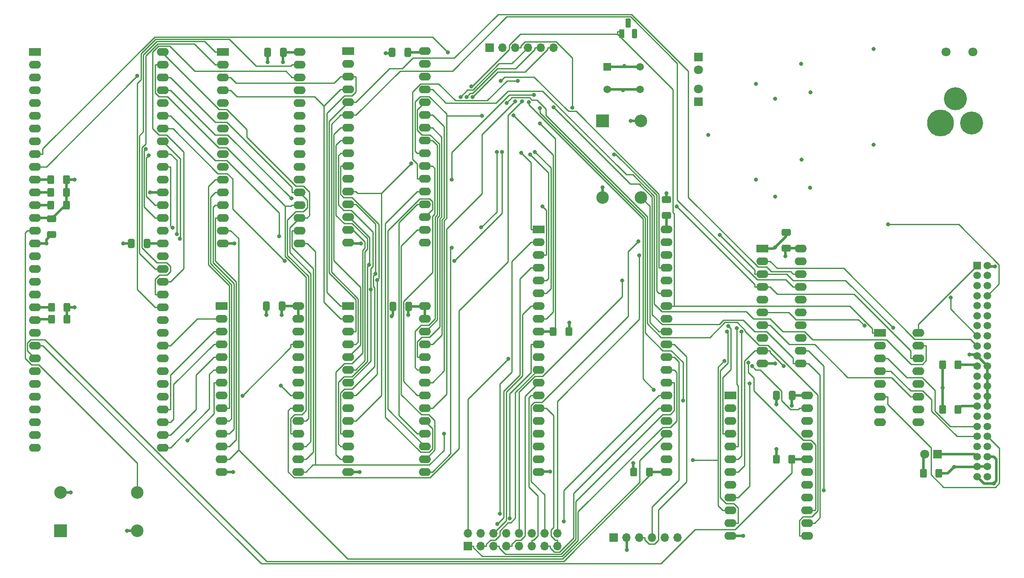
<source format=gbl>
%TF.GenerationSoftware,KiCad,Pcbnew,6.0.1+dfsg-1~bpo11+1*%
%TF.CreationDate,2022-02-09T07:39:15-06:00*%
%TF.ProjectId,raven68k-rev1,72617665-6e36-4386-9b2d-726576312e6b,rev?*%
%TF.SameCoordinates,Original*%
%TF.FileFunction,Copper,L4,Bot*%
%TF.FilePolarity,Positive*%
%FSLAX46Y46*%
G04 Gerber Fmt 4.6, Leading zero omitted, Abs format (unit mm)*
G04 Created by KiCad (PCBNEW 6.0.1+dfsg-1~bpo11+1) date 2022-02-09 07:39:15*
%MOMM*%
%LPD*%
G01*
G04 APERTURE LIST*
G04 Aperture macros list*
%AMRoundRect*
0 Rectangle with rounded corners*
0 $1 Rounding radius*
0 $2 $3 $4 $5 $6 $7 $8 $9 X,Y pos of 4 corners*
0 Add a 4 corners polygon primitive as box body*
4,1,4,$2,$3,$4,$5,$6,$7,$8,$9,$2,$3,0*
0 Add four circle primitives for the rounded corners*
1,1,$1+$1,$2,$3*
1,1,$1+$1,$4,$5*
1,1,$1+$1,$6,$7*
1,1,$1+$1,$8,$9*
0 Add four rect primitives between the rounded corners*
20,1,$1+$1,$2,$3,$4,$5,0*
20,1,$1+$1,$4,$5,$6,$7,0*
20,1,$1+$1,$6,$7,$8,$9,0*
20,1,$1+$1,$8,$9,$2,$3,0*%
G04 Aperture macros list end*
%TA.AperFunction,ComponentPad*%
%ADD10R,1.700000X1.700000*%
%TD*%
%TA.AperFunction,ComponentPad*%
%ADD11O,1.700000X1.700000*%
%TD*%
%TA.AperFunction,ComponentPad*%
%ADD12R,2.400000X1.600000*%
%TD*%
%TA.AperFunction,ComponentPad*%
%ADD13O,2.400000X1.600000*%
%TD*%
%TA.AperFunction,ComponentPad*%
%ADD14R,2.500000X2.500000*%
%TD*%
%TA.AperFunction,ComponentPad*%
%ADD15C,2.500000*%
%TD*%
%TA.AperFunction,ComponentPad*%
%ADD16C,1.500000*%
%TD*%
%TA.AperFunction,ComponentPad*%
%ADD17R,1.500000X1.500000*%
%TD*%
%TA.AperFunction,ComponentPad*%
%ADD18R,1.800000X1.800000*%
%TD*%
%TA.AperFunction,ComponentPad*%
%ADD19C,1.800000*%
%TD*%
%TA.AperFunction,ComponentPad*%
%ADD20C,5.340000*%
%TD*%
%TA.AperFunction,ComponentPad*%
%ADD21C,4.575000*%
%TD*%
%TA.AperFunction,ComponentPad*%
%ADD22R,1.100000X1.800000*%
%TD*%
%TA.AperFunction,ComponentPad*%
%ADD23RoundRect,0.275000X-0.275000X-0.625000X0.275000X-0.625000X0.275000X0.625000X-0.275000X0.625000X0*%
%TD*%
%TA.AperFunction,SMDPad,CuDef*%
%ADD24RoundRect,0.250000X0.650000X-0.412500X0.650000X0.412500X-0.650000X0.412500X-0.650000X-0.412500X0*%
%TD*%
%TA.AperFunction,SMDPad,CuDef*%
%ADD25RoundRect,0.250000X-0.412500X-0.650000X0.412500X-0.650000X0.412500X0.650000X-0.412500X0.650000X0*%
%TD*%
%TA.AperFunction,SMDPad,CuDef*%
%ADD26RoundRect,0.250000X0.412500X0.650000X-0.412500X0.650000X-0.412500X-0.650000X0.412500X-0.650000X0*%
%TD*%
%TA.AperFunction,SMDPad,CuDef*%
%ADD27RoundRect,0.250000X0.400000X0.625000X-0.400000X0.625000X-0.400000X-0.625000X0.400000X-0.625000X0*%
%TD*%
%TA.AperFunction,SMDPad,CuDef*%
%ADD28RoundRect,0.250000X-0.400000X-0.625000X0.400000X-0.625000X0.400000X0.625000X-0.400000X0.625000X0*%
%TD*%
%TA.AperFunction,ViaPad*%
%ADD29C,0.800000*%
%TD*%
%TA.AperFunction,Conductor*%
%ADD30C,0.250000*%
%TD*%
%TA.AperFunction,Conductor*%
%ADD31C,0.500000*%
%TD*%
G04 APERTURE END LIST*
D10*
%TO.P,J1,1,Pin_1*%
%TO.N,+3V3*%
X136271000Y-45148500D03*
D11*
%TO.P,J1,2,Pin_2*%
%TO.N,GND*%
X138811000Y-45148500D03*
%TO.P,J1,3,Pin_3*%
%TO.N,Net-(J1-Pad3)*%
X141351000Y-45148500D03*
%TO.P,J1,4,Pin_4*%
%TO.N,Net-(J1-Pad4)*%
X143891000Y-45148500D03*
%TO.P,J1,5,Pin_5*%
%TO.N,Net-(J1-Pad5)*%
X146431000Y-45148500D03*
%TO.P,J1,6,Pin_6*%
%TO.N,Net-(J1-Pad6)*%
X148971000Y-45148500D03*
%TD*%
D12*
%TO.P,U4,1,RS1*%
%TO.N,A1*%
X146050000Y-81285000D03*
D13*
%TO.P,U4,2,IP3*%
%TO.N,IP3*%
X146050000Y-83825000D03*
%TO.P,U4,3,RS2*%
%TO.N,A2*%
X146050000Y-86365000D03*
%TO.P,U4,4,IP1*%
%TO.N,IP1*%
X146050000Y-88905000D03*
%TO.P,U4,5,RS3*%
%TO.N,A3*%
X146050000Y-91445000D03*
%TO.P,U4,6,RS4*%
%TO.N,A4*%
X146050000Y-93985000D03*
%TO.P,U4,7,IP0*%
%TO.N,IP0*%
X146050000Y-96525000D03*
%TO.P,U4,8,R/W*%
%TO.N,R~{W}*%
X146050000Y-99065000D03*
%TO.P,U4,9,DTACK*%
%TO.N,~{DUART_DTACK}*%
X146050000Y-101605000D03*
%TO.P,U4,10,RXDB*%
%TO.N,RxDB*%
X146050000Y-104145000D03*
%TO.P,U4,11,TXDB*%
%TO.N,TxDB*%
X146050000Y-106685000D03*
%TO.P,U4,12,OP1*%
%TO.N,OP1*%
X146050000Y-109225000D03*
%TO.P,U4,13,OP3*%
%TO.N,OP3*%
X146050000Y-111765000D03*
%TO.P,U4,14,OP5*%
%TO.N,OP5*%
X146050000Y-114305000D03*
%TO.P,U4,15,OP7*%
%TO.N,OP7*%
X146050000Y-116845000D03*
%TO.P,U4,16,D1*%
%TO.N,D1*%
X146050000Y-119385000D03*
%TO.P,U4,17,D3*%
%TO.N,D3*%
X146050000Y-121925000D03*
%TO.P,U4,18,D5*%
%TO.N,D5*%
X146050000Y-124465000D03*
%TO.P,U4,19,D7*%
%TO.N,D7*%
X146050000Y-127005000D03*
%TO.P,U4,20,GND*%
%TO.N,GND*%
X146050000Y-129545000D03*
%TO.P,U4,21,IRQ*%
%TO.N,~{IPL0}*%
X171450000Y-129545000D03*
%TO.P,U4,22,D6*%
%TO.N,D6*%
X171450000Y-127005000D03*
%TO.P,U4,23,D4*%
%TO.N,D4*%
X171450000Y-124465000D03*
%TO.P,U4,24,D2*%
%TO.N,D2*%
X171450000Y-121925000D03*
%TO.P,U4,25,D0*%
%TO.N,D0*%
X171450000Y-119385000D03*
%TO.P,U4,26,OP6*%
%TO.N,OP6*%
X171450000Y-116845000D03*
%TO.P,U4,27,OP4*%
%TO.N,OP4*%
X171450000Y-114305000D03*
%TO.P,U4,28,OP2*%
%TO.N,OP2*%
X171450000Y-111765000D03*
%TO.P,U4,29,OP0*%
%TO.N,OP0*%
X171450000Y-109225000D03*
%TO.P,U4,30,TXDA*%
%TO.N,RxDA*%
X171450000Y-106685000D03*
%TO.P,U4,31,RXDA*%
%TO.N,TxDA*%
X171450000Y-104145000D03*
%TO.P,U4,32,X1/CLK*%
%TO.N,Net-(U4-Pad32)*%
X171450000Y-101605000D03*
%TO.P,U4,33,X2*%
%TO.N,unconnected-(U4-Pad33)*%
X171450000Y-99065000D03*
%TO.P,U4,34,RESET*%
%TO.N,~{RESET}*%
X171450000Y-96525000D03*
%TO.P,U4,35,CS*%
%TO.N,~{DUART_CS}*%
X171450000Y-93985000D03*
%TO.P,U4,36,IP2*%
%TO.N,IP2*%
X171450000Y-91445000D03*
%TO.P,U4,37,IACK*%
%TO.N,~{DUART_IACK}*%
X171450000Y-88905000D03*
%TO.P,U4,38,IP5*%
%TO.N,IP5*%
X171450000Y-86365000D03*
%TO.P,U4,39,IP4*%
%TO.N,IP4*%
X171450000Y-83825000D03*
%TO.P,U4,40,VCC*%
%TO.N,+5V*%
X171450000Y-81285000D03*
%TD*%
D12*
%TO.P,U2,1,D4*%
%TO.N,D4*%
X45974000Y-45969000D03*
D13*
%TO.P,U2,2,D3*%
%TO.N,D3*%
X45974000Y-48509000D03*
%TO.P,U2,3,D2*%
%TO.N,D2*%
X45974000Y-51049000D03*
%TO.P,U2,4,D1*%
%TO.N,D1*%
X45974000Y-53589000D03*
%TO.P,U2,5,D0*%
%TO.N,D0*%
X45974000Y-56129000D03*
%TO.P,U2,6,AS*%
%TO.N,~{AS}*%
X45974000Y-58669000D03*
%TO.P,U2,7,UDS*%
%TO.N,~{UDS}*%
X45974000Y-61209000D03*
%TO.P,U2,8,LDS*%
%TO.N,~{LDS}*%
X45974000Y-63749000D03*
%TO.P,U2,9,R/W*%
%TO.N,R~{W}*%
X45974000Y-66289000D03*
%TO.P,U2,10,DTACK*%
%TO.N,~{CPU_DTACK}*%
X45974000Y-68829000D03*
%TO.P,U2,11,BG*%
%TO.N,Net-(R2-Pad2)*%
X45974000Y-71369000D03*
%TO.P,U2,12,BGACK*%
%TO.N,Net-(R1-Pad2)*%
X45974000Y-73909000D03*
%TO.P,U2,13,BR*%
%TO.N,Net-(R3-Pad2)*%
X45974000Y-76449000D03*
%TO.P,U2,14,VCC*%
%TO.N,+5V*%
X45974000Y-78989000D03*
%TO.P,U2,15,CLK*%
%TO.N,Net-(U2-Pad15)*%
X45974000Y-81529000D03*
%TO.P,U2,16,GND*%
%TO.N,GND*%
X45974000Y-84069000D03*
%TO.P,U2,17,HALT*%
%TO.N,~{RESET}*%
X45974000Y-86609000D03*
%TO.P,U2,18,RESET*%
X45974000Y-89149000D03*
%TO.P,U2,19,VMA*%
%TO.N,unconnected-(U2-Pad19)*%
X45974000Y-91689000D03*
%TO.P,U2,20,E*%
%TO.N,unconnected-(U2-Pad20)*%
X45974000Y-94229000D03*
%TO.P,U2,21,VPA*%
%TO.N,Net-(R4-Pad2)*%
X45974000Y-96769000D03*
%TO.P,U2,22,BERR*%
%TO.N,Net-(R5-Pad2)*%
X45974000Y-99309000D03*
%TO.P,U2,23,IPL2*%
%TO.N,~{IPL2}*%
X45974000Y-101849000D03*
%TO.P,U2,24,IPL1*%
%TO.N,~{IPL1}*%
X45974000Y-104389000D03*
%TO.P,U2,25,IPL0*%
%TO.N,~{IPL0}*%
X45974000Y-106929000D03*
%TO.P,U2,26,FC2*%
%TO.N,FC2*%
X45974000Y-109469000D03*
%TO.P,U2,27,FC1*%
%TO.N,FC1*%
X45974000Y-112009000D03*
%TO.P,U2,28,FC0*%
%TO.N,FC0*%
X45974000Y-114549000D03*
%TO.P,U2,29,A1*%
%TO.N,A1*%
X45974000Y-117089000D03*
%TO.P,U2,30,A2*%
%TO.N,A2*%
X45974000Y-119629000D03*
%TO.P,U2,31,A3*%
%TO.N,A3*%
X45974000Y-122169000D03*
%TO.P,U2,32,A4*%
%TO.N,A4*%
X45974000Y-124709000D03*
%TO.P,U2,33,A5*%
%TO.N,A5*%
X71374000Y-124709000D03*
%TO.P,U2,34,A6*%
%TO.N,A6*%
X71374000Y-122169000D03*
%TO.P,U2,35,A7*%
%TO.N,A7*%
X71374000Y-119629000D03*
%TO.P,U2,36,A8*%
%TO.N,A8*%
X71374000Y-117089000D03*
%TO.P,U2,37,A9*%
%TO.N,A9*%
X71374000Y-114549000D03*
%TO.P,U2,38,A10*%
%TO.N,A10*%
X71374000Y-112009000D03*
%TO.P,U2,39,A11*%
%TO.N,A11*%
X71374000Y-109469000D03*
%TO.P,U2,40,A12*%
%TO.N,A12*%
X71374000Y-106929000D03*
%TO.P,U2,41,A13*%
%TO.N,A13*%
X71374000Y-104389000D03*
%TO.P,U2,42,A14*%
%TO.N,A14*%
X71374000Y-101849000D03*
%TO.P,U2,43,A15*%
%TO.N,A15*%
X71374000Y-99309000D03*
%TO.P,U2,44,A16*%
%TO.N,A16*%
X71374000Y-96769000D03*
%TO.P,U2,45,A17*%
%TO.N,A17*%
X71374000Y-94229000D03*
%TO.P,U2,46,A18*%
%TO.N,A18*%
X71374000Y-91689000D03*
%TO.P,U2,47,A19*%
%TO.N,A19*%
X71374000Y-89149000D03*
%TO.P,U2,48,A20*%
%TO.N,A20*%
X71374000Y-86609000D03*
%TO.P,U2,49,VCC*%
%TO.N,+5V*%
X71374000Y-84069000D03*
%TO.P,U2,50,A21*%
%TO.N,A21*%
X71374000Y-81529000D03*
%TO.P,U2,51,A22*%
%TO.N,A22*%
X71374000Y-78989000D03*
%TO.P,U2,52,A23*%
%TO.N,A23*%
X71374000Y-76449000D03*
%TO.P,U2,53,GND*%
%TO.N,GND*%
X71374000Y-73909000D03*
%TO.P,U2,54,D15*%
%TO.N,D15*%
X71374000Y-71369000D03*
%TO.P,U2,55,D14*%
%TO.N,D14*%
X71374000Y-68829000D03*
%TO.P,U2,56,D13*%
%TO.N,D13*%
X71374000Y-66289000D03*
%TO.P,U2,57,D12*%
%TO.N,D12*%
X71374000Y-63749000D03*
%TO.P,U2,58,D11*%
%TO.N,D11*%
X71374000Y-61209000D03*
%TO.P,U2,59,D10*%
%TO.N,D10*%
X71374000Y-58669000D03*
%TO.P,U2,60,D9*%
%TO.N,D9*%
X71374000Y-56129000D03*
%TO.P,U2,61,D8*%
%TO.N,D8*%
X71374000Y-53589000D03*
%TO.P,U2,62,D7*%
%TO.N,D7*%
X71374000Y-51049000D03*
%TO.P,U2,63,D6*%
%TO.N,D6*%
X71374000Y-48509000D03*
%TO.P,U2,64,D5*%
%TO.N,D5*%
X71374000Y-45969000D03*
%TD*%
D12*
%TO.P,U5,1,OE*%
%TO.N,GND*%
X190510000Y-85095000D03*
D13*
%TO.P,U5,2,O0*%
%TO.N,D0*%
X190510000Y-87635000D03*
%TO.P,U5,3,D0*%
%TO.N,A1*%
X190510000Y-90175000D03*
%TO.P,U5,4,D1*%
%TO.N,A2*%
X190510000Y-92715000D03*
%TO.P,U5,5,O1*%
%TO.N,D1*%
X190510000Y-95255000D03*
%TO.P,U5,6,O2*%
%TO.N,D2*%
X190510000Y-97795000D03*
%TO.P,U5,7,D2*%
%TO.N,A3*%
X190510000Y-100335000D03*
%TO.P,U5,8,D3*%
%TO.N,A4*%
X190510000Y-102875000D03*
%TO.P,U5,9,O3*%
%TO.N,D3*%
X190510000Y-105415000D03*
%TO.P,U5,10,GND*%
%TO.N,GND*%
X190510000Y-107955000D03*
%TO.P,U5,11,LE*%
%TO.N,NOT_AS*%
X198130000Y-107955000D03*
%TO.P,U5,12,O4*%
%TO.N,D4*%
X198130000Y-105415000D03*
%TO.P,U5,13,D4*%
%TO.N,A5*%
X198130000Y-102875000D03*
%TO.P,U5,14,D5*%
%TO.N,A6*%
X198130000Y-100335000D03*
%TO.P,U5,15,O5*%
%TO.N,D5*%
X198130000Y-97795000D03*
%TO.P,U5,16,O6*%
%TO.N,D6*%
X198130000Y-95255000D03*
%TO.P,U5,17,D6*%
%TO.N,A7*%
X198130000Y-92715000D03*
%TO.P,U5,18,D7*%
%TO.N,A8*%
X198130000Y-90175000D03*
%TO.P,U5,19,O7*%
%TO.N,D7*%
X198130000Y-87635000D03*
%TO.P,U5,20,VCC*%
%TO.N,+5V*%
X198130000Y-85095000D03*
%TD*%
D10*
%TO.P,U6,1,+5V*%
%TO.N,unconnected-(U6-Pad1)*%
X160909000Y-142621000D03*
D11*
%TO.P,U6,2,GND*%
%TO.N,GND*%
X163449000Y-142621000D03*
%TO.P,U6,3,TxD*%
%TO.N,TxDA*%
X165989000Y-142621000D03*
%TO.P,U6,4,RxD*%
%TO.N,RxDA*%
X168529000Y-142621000D03*
%TO.P,U6,5,DTR*%
%TO.N,unconnected-(U6-Pad5)*%
X171069000Y-142621000D03*
%TO.P,U6,6,3V3*%
%TO.N,unconnected-(U6-Pad6)*%
X173609000Y-142621000D03*
%TD*%
D14*
%TO.P,X2,1,EN*%
%TO.N,unconnected-(X2-Pad1)*%
X158750000Y-59690000D03*
D15*
%TO.P,X2,7,GND*%
%TO.N,GND*%
X158750000Y-74930000D03*
%TO.P,X2,8,OUT*%
%TO.N,Net-(U4-Pad32)*%
X166370000Y-74930000D03*
%TO.P,X2,14,Vcc*%
%TO.N,+5V*%
X166370000Y-59690000D03*
%TD*%
D12*
%TO.P,U10,1,A14*%
%TO.N,A15*%
X108199000Y-96505000D03*
D13*
%TO.P,U10,2,A12*%
%TO.N,A13*%
X108199000Y-99045000D03*
%TO.P,U10,3,A7*%
%TO.N,A8*%
X108199000Y-101585000D03*
%TO.P,U10,4,A6*%
%TO.N,A7*%
X108199000Y-104125000D03*
%TO.P,U10,5,A5*%
%TO.N,A6*%
X108199000Y-106665000D03*
%TO.P,U10,6,A4*%
%TO.N,A5*%
X108199000Y-109205000D03*
%TO.P,U10,7,A3*%
%TO.N,A4*%
X108199000Y-111745000D03*
%TO.P,U10,8,A2*%
%TO.N,A3*%
X108199000Y-114285000D03*
%TO.P,U10,9,A1*%
%TO.N,A2*%
X108199000Y-116825000D03*
%TO.P,U10,10,A0*%
%TO.N,A1*%
X108199000Y-119365000D03*
%TO.P,U10,11,D0*%
%TO.N,D8*%
X108199000Y-121905000D03*
%TO.P,U10,12,D1*%
%TO.N,D9*%
X108199000Y-124445000D03*
%TO.P,U10,13,D2*%
%TO.N,D10*%
X108199000Y-126985000D03*
%TO.P,U10,14,GND*%
%TO.N,GND*%
X108199000Y-129525000D03*
%TO.P,U10,15,D3*%
%TO.N,D11*%
X123439000Y-129525000D03*
%TO.P,U10,16,D4*%
%TO.N,D12*%
X123439000Y-126985000D03*
%TO.P,U10,17,D5*%
%TO.N,D13*%
X123439000Y-124445000D03*
%TO.P,U10,18,D6*%
%TO.N,D14*%
X123439000Y-121905000D03*
%TO.P,U10,19,D7*%
%TO.N,D15*%
X123439000Y-119365000D03*
%TO.P,U10,20,~{CS}*%
%TO.N,~{ROM_UCE}*%
X123439000Y-116825000D03*
%TO.P,U10,21,A10*%
%TO.N,A11*%
X123439000Y-114285000D03*
%TO.P,U10,22,~{OE}*%
%TO.N,~{OE}*%
X123439000Y-111745000D03*
%TO.P,U10,23,A11*%
%TO.N,A12*%
X123439000Y-109205000D03*
%TO.P,U10,24,A9*%
%TO.N,A10*%
X123439000Y-106665000D03*
%TO.P,U10,25,A8*%
%TO.N,A9*%
X123439000Y-104125000D03*
%TO.P,U10,26,A13*%
%TO.N,A14*%
X123439000Y-101585000D03*
%TO.P,U10,27,~{WE}*%
%TO.N,+5V*%
X123439000Y-99045000D03*
%TO.P,U10,28,VCC*%
X123439000Y-96505000D03*
%TD*%
D12*
%TO.P,U11,1,A14*%
%TO.N,A15*%
X83053000Y-96505000D03*
D13*
%TO.P,U11,2,A12*%
%TO.N,A13*%
X83053000Y-99045000D03*
%TO.P,U11,3,A7*%
%TO.N,A8*%
X83053000Y-101585000D03*
%TO.P,U11,4,A6*%
%TO.N,A7*%
X83053000Y-104125000D03*
%TO.P,U11,5,A5*%
%TO.N,A6*%
X83053000Y-106665000D03*
%TO.P,U11,6,A4*%
%TO.N,A5*%
X83053000Y-109205000D03*
%TO.P,U11,7,A3*%
%TO.N,A4*%
X83053000Y-111745000D03*
%TO.P,U11,8,A2*%
%TO.N,A3*%
X83053000Y-114285000D03*
%TO.P,U11,9,A1*%
%TO.N,A2*%
X83053000Y-116825000D03*
%TO.P,U11,10,A0*%
%TO.N,A1*%
X83053000Y-119365000D03*
%TO.P,U11,11,D0*%
%TO.N,D0*%
X83053000Y-121905000D03*
%TO.P,U11,12,D1*%
%TO.N,D1*%
X83053000Y-124445000D03*
%TO.P,U11,13,D2*%
%TO.N,D2*%
X83053000Y-126985000D03*
%TO.P,U11,14,GND*%
%TO.N,GND*%
X83053000Y-129525000D03*
%TO.P,U11,15,D3*%
%TO.N,D3*%
X98293000Y-129525000D03*
%TO.P,U11,16,D4*%
%TO.N,D4*%
X98293000Y-126985000D03*
%TO.P,U11,17,D5*%
%TO.N,D5*%
X98293000Y-124445000D03*
%TO.P,U11,18,D6*%
%TO.N,D6*%
X98293000Y-121905000D03*
%TO.P,U11,19,D7*%
%TO.N,D7*%
X98293000Y-119365000D03*
%TO.P,U11,20,~{CS}*%
%TO.N,~{ROM_LCE}*%
X98293000Y-116825000D03*
%TO.P,U11,21,A10*%
%TO.N,A11*%
X98293000Y-114285000D03*
%TO.P,U11,22,~{OE}*%
%TO.N,~{OE}*%
X98293000Y-111745000D03*
%TO.P,U11,23,A11*%
%TO.N,A12*%
X98293000Y-109205000D03*
%TO.P,U11,24,A9*%
%TO.N,A10*%
X98293000Y-106665000D03*
%TO.P,U11,25,A8*%
%TO.N,A9*%
X98293000Y-104125000D03*
%TO.P,U11,26,A13*%
%TO.N,A14*%
X98293000Y-101585000D03*
%TO.P,U11,27,~{WE}*%
%TO.N,+5V*%
X98293000Y-99045000D03*
%TO.P,U11,28,VCC*%
X98293000Y-96505000D03*
%TD*%
D12*
%TO.P,U9,1,A18*%
%TO.N,A19*%
X108199000Y-45847000D03*
D13*
%TO.P,U9,2,A16*%
%TO.N,A17*%
X108199000Y-48387000D03*
%TO.P,U9,3,A14*%
%TO.N,A15*%
X108199000Y-50927000D03*
%TO.P,U9,4,A12*%
%TO.N,A13*%
X108199000Y-53467000D03*
%TO.P,U9,5,A7*%
%TO.N,A8*%
X108199000Y-56007000D03*
%TO.P,U9,6,A6*%
%TO.N,A7*%
X108199000Y-58547000D03*
%TO.P,U9,7,A5*%
%TO.N,A6*%
X108199000Y-61087000D03*
%TO.P,U9,8,A4*%
%TO.N,A5*%
X108199000Y-63627000D03*
%TO.P,U9,9,A3*%
%TO.N,A4*%
X108199000Y-66167000D03*
%TO.P,U9,10,A2*%
%TO.N,A3*%
X108199000Y-68707000D03*
%TO.P,U9,11,A1*%
%TO.N,A2*%
X108199000Y-71247000D03*
%TO.P,U9,12,A0*%
%TO.N,A1*%
X108199000Y-73787000D03*
%TO.P,U9,13,D0*%
%TO.N,D8*%
X108199000Y-76327000D03*
%TO.P,U9,14,D1*%
%TO.N,D9*%
X108199000Y-78867000D03*
%TO.P,U9,15,D2*%
%TO.N,D10*%
X108199000Y-81407000D03*
%TO.P,U9,16,VSS*%
%TO.N,GND*%
X108199000Y-83947000D03*
%TO.P,U9,17,D3*%
%TO.N,D11*%
X123439000Y-83947000D03*
%TO.P,U9,18,D4*%
%TO.N,D12*%
X123439000Y-81407000D03*
%TO.P,U9,19,D5*%
%TO.N,D13*%
X123439000Y-78867000D03*
%TO.P,U9,20,D6*%
%TO.N,D14*%
X123439000Y-76327000D03*
%TO.P,U9,21,D7*%
%TO.N,D15*%
X123439000Y-73787000D03*
%TO.P,U9,22,/CE*%
%TO.N,~{RAM_UCE}*%
X123439000Y-71247000D03*
%TO.P,U9,23,A10*%
%TO.N,A11*%
X123439000Y-68707000D03*
%TO.P,U9,24,/OE*%
%TO.N,~{OE}*%
X123439000Y-66167000D03*
%TO.P,U9,25,A11*%
%TO.N,A12*%
X123439000Y-63627000D03*
%TO.P,U9,26,A9*%
%TO.N,A10*%
X123439000Y-61087000D03*
%TO.P,U9,27,A8*%
%TO.N,A9*%
X123439000Y-58547000D03*
%TO.P,U9,28,A13*%
%TO.N,A14*%
X123439000Y-56007000D03*
%TO.P,U9,29,/WE*%
%TO.N,~{WE}*%
X123439000Y-53467000D03*
%TO.P,U9,30,A17*%
%TO.N,A18*%
X123439000Y-50927000D03*
%TO.P,U9,31,A15*%
%TO.N,A16*%
X123439000Y-48387000D03*
%TO.P,U9,32,VCC*%
%TO.N,+5V*%
X123439000Y-45847000D03*
%TD*%
D12*
%TO.P,U8,1,A18*%
%TO.N,A19*%
X83307000Y-45974000D03*
D13*
%TO.P,U8,2,A16*%
%TO.N,A17*%
X83307000Y-48514000D03*
%TO.P,U8,3,A14*%
%TO.N,A15*%
X83307000Y-51054000D03*
%TO.P,U8,4,A12*%
%TO.N,A13*%
X83307000Y-53594000D03*
%TO.P,U8,5,A7*%
%TO.N,A8*%
X83307000Y-56134000D03*
%TO.P,U8,6,A6*%
%TO.N,A7*%
X83307000Y-58674000D03*
%TO.P,U8,7,A5*%
%TO.N,A6*%
X83307000Y-61214000D03*
%TO.P,U8,8,A4*%
%TO.N,A5*%
X83307000Y-63754000D03*
%TO.P,U8,9,A3*%
%TO.N,A4*%
X83307000Y-66294000D03*
%TO.P,U8,10,A2*%
%TO.N,A3*%
X83307000Y-68834000D03*
%TO.P,U8,11,A1*%
%TO.N,A2*%
X83307000Y-71374000D03*
%TO.P,U8,12,A0*%
%TO.N,A1*%
X83307000Y-73914000D03*
%TO.P,U8,13,D0*%
%TO.N,D0*%
X83307000Y-76454000D03*
%TO.P,U8,14,D1*%
%TO.N,D1*%
X83307000Y-78994000D03*
%TO.P,U8,15,D2*%
%TO.N,D2*%
X83307000Y-81534000D03*
%TO.P,U8,16,VSS*%
%TO.N,GND*%
X83307000Y-84074000D03*
%TO.P,U8,17,D3*%
%TO.N,D3*%
X98547000Y-84074000D03*
%TO.P,U8,18,D4*%
%TO.N,D4*%
X98547000Y-81534000D03*
%TO.P,U8,19,D5*%
%TO.N,D5*%
X98547000Y-78994000D03*
%TO.P,U8,20,D6*%
%TO.N,D6*%
X98547000Y-76454000D03*
%TO.P,U8,21,D7*%
%TO.N,D7*%
X98547000Y-73914000D03*
%TO.P,U8,22,/CE*%
%TO.N,~{RAM_LCE}*%
X98547000Y-71374000D03*
%TO.P,U8,23,A10*%
%TO.N,A11*%
X98547000Y-68834000D03*
%TO.P,U8,24,/OE*%
%TO.N,~{OE}*%
X98547000Y-66294000D03*
%TO.P,U8,25,A11*%
%TO.N,A12*%
X98547000Y-63754000D03*
%TO.P,U8,26,A9*%
%TO.N,A10*%
X98547000Y-61214000D03*
%TO.P,U8,27,A8*%
%TO.N,A9*%
X98547000Y-58674000D03*
%TO.P,U8,28,A13*%
%TO.N,A14*%
X98547000Y-56134000D03*
%TO.P,U8,29,/WE*%
%TO.N,~{WE}*%
X98547000Y-53594000D03*
%TO.P,U8,30,A17*%
%TO.N,A18*%
X98547000Y-51054000D03*
%TO.P,U8,31,A15*%
%TO.N,A16*%
X98547000Y-48514000D03*
%TO.P,U8,32,VCC*%
%TO.N,+5V*%
X98547000Y-45974000D03*
%TD*%
D12*
%TO.P,U7,1,MOT*%
%TO.N,+5V*%
X184145000Y-114295000D03*
D13*
%TO.P,U7,2*%
%TO.N,N/C*%
X184145000Y-116835000D03*
%TO.P,U7,3*%
X184145000Y-119375000D03*
%TO.P,U7,4,AD0*%
%TO.N,D0*%
X184145000Y-121915000D03*
%TO.P,U7,5,AD1*%
%TO.N,D1*%
X184145000Y-124455000D03*
%TO.P,U7,6,AD2*%
%TO.N,D2*%
X184145000Y-126995000D03*
%TO.P,U7,7,AD3*%
%TO.N,D3*%
X184145000Y-129535000D03*
%TO.P,U7,8,AD4*%
%TO.N,D4*%
X184145000Y-132075000D03*
%TO.P,U7,9,AD5*%
%TO.N,D5*%
X184145000Y-134615000D03*
%TO.P,U7,10,AD6*%
%TO.N,D6*%
X184145000Y-137155000D03*
%TO.P,U7,11,AD7*%
%TO.N,D7*%
X184145000Y-139695000D03*
%TO.P,U7,12,GND*%
%TO.N,GND*%
X184145000Y-142235000D03*
%TO.P,U7,13,~{CS}*%
%TO.N,~{RTC_CS}*%
X199385000Y-142235000D03*
%TO.P,U7,14,AS*%
%TO.N,NOT_AS*%
X199385000Y-139695000D03*
%TO.P,U7,15,R/~{W}*%
%TO.N,R~{W}*%
X199385000Y-137155000D03*
%TO.P,U7,16*%
%TO.N,N/C*%
X199385000Y-134615000D03*
%TO.P,U7,17,DS*%
%TO.N,NOT_DS*%
X199385000Y-132075000D03*
%TO.P,U7,18,~{RESET}*%
%TO.N,+5V*%
X199385000Y-129535000D03*
%TO.P,U7,19,~{IRQ}*%
%TO.N,~{IPL1}*%
X199385000Y-126995000D03*
%TO.P,U7,20*%
%TO.N,N/C*%
X199385000Y-124455000D03*
%TO.P,U7,21*%
X199385000Y-121915000D03*
%TO.P,U7,22*%
X199385000Y-119375000D03*
%TO.P,U7,23,SQW*%
%TO.N,~{IPL2}*%
X199385000Y-116835000D03*
%TO.P,U7,24,Vcc*%
%TO.N,+5V*%
X199385000Y-114295000D03*
%TD*%
D14*
%TO.P,X1,1,EN*%
%TO.N,unconnected-(X1-Pad1)*%
X51054000Y-141224000D03*
D15*
%TO.P,X1,7,GND*%
%TO.N,GND*%
X66294000Y-141224000D03*
%TO.P,X1,8,OUT*%
%TO.N,Net-(U2-Pad15)*%
X66294000Y-133604000D03*
%TO.P,X1,14,Vcc*%
%TO.N,+5V*%
X51054000Y-133604000D03*
%TD*%
D10*
%TO.P,J2,1,Pin_1*%
%TO.N,OP0*%
X131953000Y-144272000D03*
D11*
%TO.P,J2,2,Pin_2*%
%TO.N,TxDB*%
X131953000Y-141732000D03*
%TO.P,J2,3,Pin_3*%
%TO.N,OP1*%
X134493000Y-144272000D03*
%TO.P,J2,4,Pin_4*%
%TO.N,RxDB*%
X134493000Y-141732000D03*
%TO.P,J2,5,Pin_5*%
%TO.N,OP2*%
X137033000Y-144272000D03*
%TO.P,J2,6,Pin_6*%
%TO.N,IP0*%
X137033000Y-141732000D03*
%TO.P,J2,7,Pin_7*%
%TO.N,OP3*%
X139573000Y-144272000D03*
%TO.P,J2,8,Pin_8*%
%TO.N,IP1*%
X139573000Y-141732000D03*
%TO.P,J2,9,Pin_9*%
%TO.N,OP4*%
X142113000Y-144272000D03*
%TO.P,J2,10,Pin_10*%
%TO.N,IP2*%
X142113000Y-141732000D03*
%TO.P,J2,11,Pin_11*%
%TO.N,OP5*%
X144653000Y-144272000D03*
%TO.P,J2,12,Pin_12*%
%TO.N,IP3*%
X144653000Y-141732000D03*
%TO.P,J2,13,Pin_13*%
%TO.N,OP6*%
X147193000Y-144272000D03*
%TO.P,J2,14,Pin_14*%
%TO.N,IP4*%
X147193000Y-141732000D03*
%TO.P,J2,15,Pin_15*%
%TO.N,OP7*%
X149733000Y-144272000D03*
%TO.P,J2,16,Pin_16*%
%TO.N,IP5*%
X149733000Y-141732000D03*
%TD*%
D16*
%TO.P,H1,44,44*%
%TO.N,unconnected-(H1-Pad44)*%
X235188000Y-130474000D03*
%TO.P,H1,43,43*%
%TO.N,GND*%
X233188000Y-130474000D03*
%TO.P,H1,42,42*%
%TO.N,+5V*%
X235188000Y-128474000D03*
%TO.P,H1,41,41*%
X233188000Y-128474000D03*
%TO.P,H1,40,40*%
%TO.N,GND*%
X235188000Y-126474000D03*
%TO.P,H1,39,39*%
%TO.N,~{IDE_LED}*%
X233188000Y-126474000D03*
%TO.P,H1,38,38*%
%TO.N,~{IDE_CS2}*%
X235188000Y-124474000D03*
%TO.P,H1,37,37*%
%TO.N,~{IDE_CS1}*%
X233188000Y-124474000D03*
%TO.P,H1,36,36*%
%TO.N,Net-(H1-Pad36)*%
X235188000Y-122474000D03*
%TO.P,H1,35,35*%
%TO.N,Net-(H1-Pad35)*%
X233188000Y-122474000D03*
%TO.P,H1,34,34*%
%TO.N,unconnected-(H1-Pad34)*%
X235188000Y-120474000D03*
%TO.P,H1,33,33*%
%TO.N,Net-(H1-Pad33)*%
X233188000Y-120474000D03*
%TO.P,H1,32,32*%
%TO.N,unconnected-(H1-Pad32)*%
X235188000Y-118474000D03*
%TO.P,H1,31,31*%
%TO.N,~{IPL1}*%
X233188000Y-118474000D03*
%TO.P,H1,30,30*%
%TO.N,GND*%
X235188000Y-116474000D03*
%TO.P,H1,29,29*%
%TO.N,Net-(H1-Pad29)*%
X233188000Y-116474000D03*
%TO.P,H1,28,28*%
%TO.N,GND*%
X235188000Y-114474000D03*
%TO.P,H1,27,27*%
%TO.N,unconnected-(H1-Pad27)*%
X233188000Y-114474000D03*
%TO.P,H1,26,26*%
%TO.N,GND*%
X235188000Y-112474000D03*
%TO.P,H1,25,25*%
%TO.N,Net-(H1-Pad25)*%
X233188000Y-112474000D03*
%TO.P,H1,24,24*%
%TO.N,GND*%
X235188000Y-110474000D03*
%TO.P,H1,23,23*%
%TO.N,Net-(H1-Pad23)*%
X233188000Y-110474000D03*
%TO.P,H1,22,22*%
%TO.N,GND*%
X235188000Y-108474000D03*
%TO.P,H1,21,21*%
%TO.N,Net-(H1-Pad21)*%
X233188000Y-108474000D03*
%TO.P,H1,20,20*%
%TO.N,unconnected-(H1-Pad20)*%
X235188000Y-106474000D03*
%TO.P,H1,19,19*%
%TO.N,GND*%
X233188000Y-106474000D03*
%TO.P,H1,18,18*%
%TO.N,D15*%
X235188000Y-104474000D03*
%TO.P,H1,17,17*%
%TO.N,D0*%
X233188000Y-104474000D03*
%TO.P,H1,16,16*%
%TO.N,D14*%
X235188000Y-102474000D03*
%TO.P,H1,15,15*%
%TO.N,D1*%
X233188000Y-102474000D03*
%TO.P,H1,14,14*%
%TO.N,D13*%
X235188000Y-100474000D03*
%TO.P,H1,13,13*%
%TO.N,D2*%
X233188000Y-100474000D03*
%TO.P,H1,12,12*%
%TO.N,D12*%
X235188000Y-98474000D03*
%TO.P,H1,11,11*%
%TO.N,D3*%
X233188000Y-98474000D03*
%TO.P,H1,10,10*%
%TO.N,D11*%
X235188000Y-96474000D03*
%TO.P,H1,9,9*%
%TO.N,D4*%
X233188000Y-96474000D03*
%TO.P,H1,8,8*%
%TO.N,D10*%
X235188000Y-94474000D03*
%TO.P,H1,7,7*%
%TO.N,D5*%
X233188000Y-94474000D03*
%TO.P,H1,6,6*%
%TO.N,D9*%
X235188000Y-92474000D03*
%TO.P,H1,5,5*%
%TO.N,D6*%
X233188000Y-92474000D03*
%TO.P,H1,4,4*%
%TO.N,D8*%
X235188000Y-90474000D03*
%TO.P,H1,3,3*%
%TO.N,D7*%
X233188000Y-90474000D03*
%TO.P,H1,2,2*%
%TO.N,GND*%
X235188000Y-88474000D03*
D17*
%TO.P,H1,1,1*%
%TO.N,Net-(H1-Pad1)*%
X233188000Y-88474000D03*
%TD*%
D12*
%TO.P,RN1,1,R1.1*%
%TO.N,~{RESET}*%
X213878000Y-101844000D03*
D13*
%TO.P,RN1,2,R2.1*%
%TO.N,Net-(H1-Pad23)*%
X213878000Y-104384000D03*
%TO.P,RN1,3,R3.1*%
%TO.N,Net-(H1-Pad33)*%
X213878000Y-106924000D03*
%TO.P,RN1,4,R4.1*%
%TO.N,Net-(H1-Pad35)*%
X213878000Y-109464000D03*
%TO.P,RN1,5,R5.1*%
%TO.N,Net-(H1-Pad25)*%
X213878000Y-112004000D03*
%TO.P,RN1,6,R6.1*%
%TO.N,Net-(H1-Pad36)*%
X213878000Y-114544000D03*
%TO.P,RN1,7,R7.1*%
%TO.N,unconnected-(RN1-Pad7)*%
X213878000Y-117084000D03*
%TO.P,RN1,8,R8.1*%
%TO.N,unconnected-(RN1-Pad8)*%
X213878000Y-119624000D03*
%TO.P,RN1,9,R8.2*%
%TO.N,unconnected-(RN1-Pad9)*%
X221498000Y-119624000D03*
%TO.P,RN1,10,R7.2*%
%TO.N,unconnected-(RN1-Pad10)*%
X221498000Y-117084000D03*
%TO.P,RN1,11,R6.2*%
%TO.N,A3*%
X221498000Y-114544000D03*
%TO.P,RN1,12,R5.2*%
%TO.N,~{OE}*%
X221498000Y-112004000D03*
%TO.P,RN1,13,R4.2*%
%TO.N,A1*%
X221498000Y-109464000D03*
%TO.P,RN1,14,R3.2*%
%TO.N,A2*%
X221498000Y-106924000D03*
%TO.P,RN1,15,R2.2*%
%TO.N,~{WE}*%
X221498000Y-104384000D03*
%TO.P,RN1,16,R1.2*%
%TO.N,Net-(H1-Pad1)*%
X221498000Y-101844000D03*
%TD*%
D18*
%TO.P,D3,1,K*%
%TO.N,GND*%
X177800000Y-55880000D03*
D19*
%TO.P,D3,2,A*%
%TO.N,Net-(D3-Pad2)*%
X177800000Y-53340000D03*
%TD*%
D18*
%TO.P,D4,1,K*%
%TO.N,GND*%
X177800000Y-46990000D03*
D19*
%TO.P,D4,2,A*%
%TO.N,Net-(D4-Pad2)*%
X177800000Y-49530000D03*
%TD*%
D18*
%TO.P,D5,1,K*%
%TO.N,~{IDE_LED}*%
X225298000Y-125984000D03*
D19*
%TO.P,D5,2,A*%
%TO.N,Net-(D5-Pad2)*%
X222758000Y-125984000D03*
%TD*%
D20*
%TO.P,J3,1,1*%
%TO.N,VDD*%
X225859000Y-60095000D03*
D21*
%TO.P,J3,2,2*%
%TO.N,GND*%
X228859000Y-55295000D03*
%TO.P,J3,3,3*%
X232109000Y-60095000D03*
%TD*%
D19*
%TO.P,S2,1,ON*%
%TO.N,VDD*%
X232283000Y-45974000D03*
%TO.P,S2,6,OFF*%
%TO.N,Net-(C12-Pad2)*%
X226983000Y-45974000D03*
%TD*%
D22*
%TO.P,U1,1,~{RST}*%
%TO.N,~{RESET}*%
X162560000Y-42310000D03*
D23*
%TO.P,U1,2,VDD*%
%TO.N,+5V*%
X163830000Y-40240000D03*
%TO.P,U1,3,VSS*%
%TO.N,GND*%
X165100000Y-42310000D03*
%TD*%
D17*
%TO.P,SW1,1,NO_1*%
%TO.N,+5V*%
X159691000Y-48931000D03*
D16*
%TO.P,SW1,2,NO_2*%
X166191000Y-48931000D03*
%TO.P,SW1,3,COM_1*%
%TO.N,GND*%
X159691000Y-53431000D03*
%TO.P,SW1,4,COM_2*%
X166191000Y-53431000D03*
%TD*%
D24*
%TO.P,C1,1*%
%TO.N,GND*%
X49276000Y-82334500D03*
%TO.P,C1,2*%
%TO.N,+5V*%
X49276000Y-79209500D03*
%TD*%
D25*
%TO.P,C2,1*%
%TO.N,GND*%
X65112500Y-84074000D03*
%TO.P,C2,2*%
%TO.N,+5V*%
X68237500Y-84074000D03*
%TD*%
D24*
%TO.P,C5,1*%
%TO.N,+5V*%
X171450000Y-78524500D03*
%TO.P,C5,2*%
%TO.N,GND*%
X171450000Y-75399500D03*
%TD*%
%TO.P,C6,1*%
%TO.N,+5V*%
X195199000Y-85001500D03*
%TO.P,C6,2*%
%TO.N,GND*%
X195199000Y-81876500D03*
%TD*%
D26*
%TO.P,C7,1*%
%TO.N,+5V*%
X196380500Y-114300000D03*
%TO.P,C7,2*%
%TO.N,GND*%
X193255500Y-114300000D03*
%TD*%
%TO.P,C8,1*%
%TO.N,+5V*%
X95288500Y-46101000D03*
%TO.P,C8,2*%
%TO.N,GND*%
X92163500Y-46101000D03*
%TD*%
%TO.P,C9,1*%
%TO.N,+5V*%
X120053500Y-46101000D03*
%TO.P,C9,2*%
%TO.N,GND*%
X116928500Y-46101000D03*
%TD*%
%TO.P,C11,1*%
%TO.N,+5V*%
X120180500Y-96647000D03*
%TO.P,C11,2*%
%TO.N,GND*%
X117055500Y-96647000D03*
%TD*%
%TO.P,C10,1*%
%TO.N,+5V*%
X95034500Y-96520000D03*
%TO.P,C10,2*%
%TO.N,GND*%
X91909500Y-96520000D03*
%TD*%
D27*
%TO.P,R21,1*%
%TO.N,+5V*%
X225578000Y-129794000D03*
%TO.P,R21,2*%
%TO.N,Net-(D5-Pad2)*%
X222478000Y-129794000D03*
%TD*%
%TO.P,R4,1*%
%TO.N,+5V*%
X52350000Y-96774000D03*
%TO.P,R4,2*%
%TO.N,Net-(R4-Pad2)*%
X49250000Y-96774000D03*
%TD*%
%TO.P,R2,1*%
%TO.N,+5V*%
X52223000Y-71374000D03*
%TO.P,R2,2*%
%TO.N,Net-(R2-Pad2)*%
X49123000Y-71374000D03*
%TD*%
%TO.P,R1,1*%
%TO.N,+5V*%
X52223000Y-73914000D03*
%TO.P,R1,2*%
%TO.N,Net-(R1-Pad2)*%
X49123000Y-73914000D03*
%TD*%
D28*
%TO.P,R6,1*%
%TO.N,~{DUART_DTACK}*%
X148945000Y-101600000D03*
%TO.P,R6,2*%
%TO.N,+5V*%
X152045000Y-101600000D03*
%TD*%
D27*
%TO.P,R8,1*%
%TO.N,~{IPL1}*%
X196368000Y-127000000D03*
%TO.P,R8,2*%
%TO.N,+5V*%
X193268000Y-127000000D03*
%TD*%
%TO.P,R7,1*%
%TO.N,~{IPL0}*%
X168047000Y-129540000D03*
%TO.P,R7,2*%
%TO.N,+5V*%
X164947000Y-129540000D03*
%TD*%
D28*
%TO.P,R10,1*%
%TO.N,+5V*%
X226288000Y-117094000D03*
%TO.P,R10,2*%
%TO.N,Net-(H1-Pad29)*%
X229388000Y-117094000D03*
%TD*%
D27*
%TO.P,R3,1*%
%TO.N,+5V*%
X52223000Y-76454000D03*
%TO.P,R3,2*%
%TO.N,Net-(R3-Pad2)*%
X49123000Y-76454000D03*
%TD*%
%TO.P,R5,1*%
%TO.N,+5V*%
X52350000Y-99187000D03*
%TO.P,R5,2*%
%TO.N,Net-(R5-Pad2)*%
X49250000Y-99187000D03*
%TD*%
%TO.P,R9,1*%
%TO.N,Net-(H1-Pad21)*%
X229388000Y-108204000D03*
%TO.P,R9,2*%
%TO.N,+5V*%
X226288000Y-108204000D03*
%TD*%
D29*
%TO.N,D5*%
X187962400Y-111933100D03*
%TO.N,A4*%
X76261000Y-123259800D03*
X112712400Y-93264700D03*
X145322000Y-65877500D03*
%TO.N,D6*%
X182939500Y-107423900D03*
X176679600Y-127218400D03*
%TO.N,A3*%
X113946400Y-91359500D03*
X144386000Y-66385000D03*
%TO.N,D7*%
X183481400Y-101645000D03*
%TO.N,A2*%
X146836500Y-76720600D03*
X173456800Y-76720600D03*
%TO.N,D8*%
X113603600Y-90089300D03*
X96924200Y-75156500D03*
%TO.N,A1*%
X142578400Y-66073700D03*
X182039600Y-82410300D03*
X120689000Y-68201800D03*
X216483300Y-100880900D03*
%TO.N,D9*%
X112373600Y-88364300D03*
%TO.N,D10*%
X94493900Y-82659300D03*
X215479400Y-80319100D03*
%TO.N,D11*%
X128751300Y-84951400D03*
X95571800Y-87585900D03*
%TO.N,D12*%
X74790700Y-83175000D03*
%TO.N,~{DUART_DTACK}*%
X146326100Y-60185200D03*
%TO.N,D13*%
X74146600Y-82191700D03*
%TO.N,D14*%
X73287500Y-80987600D03*
%TO.N,~{IPL2}*%
X188426900Y-108499800D03*
%TO.N,GND*%
X198249900Y-67397600D03*
X179705000Y-62522500D03*
X212603100Y-45427500D03*
X171450000Y-74135300D03*
X193042700Y-74742000D03*
X200019400Y-73025000D03*
X192999000Y-55346200D03*
X212603100Y-64477500D03*
X200030000Y-54034000D03*
X198234700Y-48362800D03*
X189230000Y-71385200D03*
X115657000Y-46255500D03*
X189230000Y-52375000D03*
X92202000Y-48006000D03*
X116840000Y-98552000D03*
X110490000Y-129540000D03*
X85344000Y-129540000D03*
X186690000Y-142240000D03*
X231648000Y-106172000D03*
X64262000Y-141224000D03*
X163576000Y-145034000D03*
X91948000Y-98298000D03*
X193040000Y-84836000D03*
X193294000Y-116078000D03*
X48260000Y-84074000D03*
X193040000Y-107950000D03*
X236474000Y-131826000D03*
X236728000Y-88646000D03*
X162814000Y-53594000D03*
X158750000Y-72898000D03*
X110744000Y-84074000D03*
X85598000Y-84074000D03*
X148290000Y-129514000D03*
X68834000Y-73914000D03*
X63500000Y-84074000D03*
%TO.N,A23*%
X68614000Y-66535700D03*
%TO.N,+5V*%
X164338000Y-59690000D03*
X193294000Y-124968000D03*
X53848000Y-71374000D03*
X228600000Y-128524000D03*
X164846000Y-127762000D03*
X163068000Y-48768000D03*
X120142000Y-98298000D03*
X94996000Y-98298000D03*
X196342000Y-116332000D03*
X53848000Y-96774000D03*
X53086000Y-133604000D03*
X95250000Y-48006000D03*
X195072000Y-86614000D03*
X152146000Y-99822000D03*
X226314000Y-112776000D03*
%TO.N,A22*%
X67957100Y-65310800D03*
%TO.N,A21*%
X129275400Y-87599300D03*
X138752300Y-65876900D03*
%TO.N,~{RESET}*%
X132665800Y-52821800D03*
%TO.N,A20*%
X137714800Y-65906200D03*
X134652100Y-80857600D03*
%TO.N,~{CPU_DTACK}*%
X66309100Y-50763700D03*
%TO.N,R~{W}*%
X141035500Y-58578400D03*
X128053200Y-46063400D03*
X187662200Y-107821200D03*
%TO.N,A11*%
X94813000Y-112330300D03*
%TO.N,A9*%
X87177600Y-114382200D03*
%TO.N,D0*%
X183710100Y-100520100D03*
%TO.N,D1*%
X185401900Y-100914000D03*
X227887100Y-94811800D03*
%TO.N,D2*%
X210798200Y-100474000D03*
X186333100Y-101655000D03*
%TO.N,D3*%
X127258100Y-121925400D03*
X194743900Y-108453000D03*
%TO.N,D4*%
X202697700Y-133208100D03*
%TO.N,~{DUART_IACK}*%
X138497200Y-51740600D03*
%TO.N,~{ROM_UCE}*%
X141369000Y-55813700D03*
%TO.N,~{ROM_LCE}*%
X142750700Y-55809500D03*
%TO.N,~{RAM_UCE}*%
X141932900Y-51728800D03*
%TO.N,~{IDE_CS1}*%
X168913200Y-113179600D03*
X144097600Y-55961400D03*
%TO.N,~{RAM_LCE}*%
X145097600Y-54541700D03*
X128790200Y-71352500D03*
%TO.N,~{OE}*%
X134779200Y-58679200D03*
%TO.N,NOT_DS*%
X174714400Y-115360200D03*
X146310100Y-57210100D03*
%TO.N,NOT_AS*%
X149045600Y-57038000D03*
%TO.N,Net-(J1-Pad3)*%
X152755300Y-57055400D03*
%TO.N,~{DUART_CS}*%
X161046700Y-66417200D03*
%TO.N,Net-(J1-Pad4)*%
X130535200Y-54950900D03*
%TO.N,Net-(J1-Pad5)*%
X131703800Y-54950900D03*
%TO.N,Net-(J1-Pad6)*%
X132941800Y-54950900D03*
%TO.N,~{RTC_CS}*%
X139660300Y-56122900D03*
%TO.N,IP4*%
X165837800Y-83682200D03*
%TO.N,IP5*%
X166031900Y-86444400D03*
%TO.N,IP2*%
X162656700Y-91464100D03*
%TO.N,TxDB*%
X140010200Y-107049300D03*
%TO.N,RxDB*%
X140303600Y-138807100D03*
%TO.N,OP4*%
X151000200Y-139386900D03*
%TO.N,IP1*%
X137829500Y-139908300D03*
%TO.N,IP3*%
X138355300Y-137884500D03*
%TD*%
D30*
%TO.N,D5*%
X82545300Y-57404000D02*
X71374000Y-46232700D01*
X99289200Y-72644000D02*
X97755900Y-72644000D01*
X100522600Y-73877400D02*
X99289200Y-72644000D01*
X99818300Y-124445000D02*
X100765600Y-123497700D01*
X97755900Y-72644000D02*
X88020100Y-62908200D01*
X88020100Y-62908200D02*
X88020100Y-61374200D01*
X84049900Y-57404000D02*
X82545300Y-57404000D01*
X96570300Y-80970700D02*
X98547000Y-78994000D01*
X98547000Y-78994000D02*
X100072300Y-78994000D01*
X100522600Y-78543700D02*
X100522600Y-73877400D01*
X187962400Y-111933100D02*
X187962400Y-132322900D01*
X184145000Y-134615000D02*
X185670300Y-134615000D01*
X96570300Y-85881400D02*
X96570300Y-80970700D01*
X100765600Y-123497700D02*
X100765600Y-90076700D01*
X98293000Y-124445000D02*
X99818300Y-124445000D01*
X88020100Y-61374200D02*
X84049900Y-57404000D01*
X100765600Y-90076700D02*
X96570300Y-85881400D01*
X100072300Y-78994000D02*
X100522600Y-78543700D01*
X187962400Y-132322900D02*
X185670300Y-134615000D01*
X71374000Y-46232700D02*
X71374000Y-45969000D01*
%TO.N,A4*%
X106223400Y-66617300D02*
X106673700Y-66167000D01*
X107298600Y-77452400D02*
X106223400Y-76377200D01*
X148475900Y-93084400D02*
X148475900Y-69031400D01*
X148475900Y-69031400D02*
X145322000Y-65877500D01*
X146050000Y-93985000D02*
X147575300Y-93985000D01*
X112712400Y-89072300D02*
X113128100Y-88656600D01*
X147575300Y-93985000D02*
X148475900Y-93084400D01*
X81527700Y-117993100D02*
X76261000Y-123259800D01*
X81527700Y-111745000D02*
X81527700Y-117993100D01*
X108465600Y-111745000D02*
X112712400Y-107498200D01*
X83053000Y-111745000D02*
X81527700Y-111745000D01*
X113128100Y-81775600D02*
X108804900Y-77452400D01*
X112712400Y-107498200D02*
X112712400Y-93264700D01*
X113128100Y-88656600D02*
X113128100Y-81775600D01*
X108199000Y-66167000D02*
X106673700Y-66167000D01*
X106223400Y-76377200D02*
X106223400Y-66617300D01*
X112712400Y-93264700D02*
X112712400Y-89072300D01*
X108804900Y-77452400D02*
X107298600Y-77452400D01*
X108199000Y-111745000D02*
X108465600Y-111745000D01*
%TO.N,D6*%
X72304200Y-54859000D02*
X70615900Y-54859000D01*
X70615900Y-54859000D02*
X69848700Y-54091800D01*
X95669500Y-76637600D02*
X96838100Y-76637600D01*
X98293000Y-121905000D02*
X96767700Y-121905000D01*
X95669500Y-86636600D02*
X99845500Y-90812600D01*
X84055900Y-65024000D02*
X82469200Y-65024000D01*
X181680900Y-136216200D02*
X181680900Y-127218400D01*
X181680900Y-108682500D02*
X181680900Y-127218400D01*
X182939500Y-107423900D02*
X181680900Y-108682500D01*
X82469200Y-65024000D02*
X72304200Y-54859000D01*
X96767700Y-118861400D02*
X96767700Y-121905000D01*
X95669500Y-76637600D02*
X95669500Y-86636600D01*
X69848700Y-54091800D02*
X69848700Y-48509000D01*
X98547000Y-76454000D02*
X97021700Y-76454000D01*
X97534100Y-118095000D02*
X96767700Y-118861400D01*
X182619700Y-137155000D02*
X181680900Y-136216200D01*
X99033200Y-118095000D02*
X97534100Y-118095000D01*
X71374000Y-48509000D02*
X69848700Y-48509000D01*
X181680900Y-127218400D02*
X176679600Y-127218400D01*
X99845500Y-90812600D02*
X99845500Y-117282700D01*
X96838100Y-76637600D02*
X97021700Y-76454000D01*
X95669500Y-76637600D02*
X84055900Y-65024000D01*
X99845500Y-117282700D02*
X99033200Y-118095000D01*
X184145000Y-137155000D02*
X182619700Y-137155000D01*
%TO.N,A3*%
X207461800Y-110734000D02*
X200872800Y-104145000D01*
X114336400Y-80302200D02*
X108946600Y-74912400D01*
X148025600Y-70024600D02*
X144386000Y-66385000D01*
X219972700Y-114544000D02*
X216162700Y-110734000D01*
X108946600Y-74912400D02*
X107290800Y-74912400D01*
X108199000Y-68707000D02*
X106673700Y-68707000D01*
X109724300Y-114285000D02*
X113946400Y-110062900D01*
X113946400Y-110062900D02*
X113946400Y-91359500D01*
X146050000Y-91445000D02*
X147575300Y-91445000D01*
X190510000Y-100335000D02*
X192035300Y-100335000D01*
X106673700Y-74295300D02*
X106673700Y-68707000D01*
X107290800Y-74912400D02*
X106673700Y-74295300D01*
X221498000Y-114544000D02*
X219972700Y-114544000D01*
X200872800Y-104145000D02*
X195845300Y-104145000D01*
X195845300Y-104145000D02*
X192035300Y-100335000D01*
X216162700Y-110734000D02*
X207461800Y-110734000D01*
X113946400Y-91359500D02*
X114336400Y-90969500D01*
X114336400Y-90969500D02*
X114336400Y-80302200D01*
X148025600Y-90994700D02*
X148025600Y-70024600D01*
X147575300Y-91445000D02*
X148025600Y-90994700D01*
X108199000Y-114285000D02*
X109724300Y-114285000D01*
%TO.N,D7*%
X96119900Y-79412400D02*
X96119900Y-86450000D01*
X183664800Y-101828400D02*
X183481400Y-101645000D01*
X183664800Y-107854100D02*
X183664800Y-101828400D01*
X185670300Y-136657900D02*
X184800900Y-135788500D01*
X72899300Y-51049000D02*
X81794300Y-59944000D01*
X183285500Y-135788500D02*
X182144400Y-134647400D01*
X84072900Y-59944000D02*
X97021700Y-72892800D01*
X98547000Y-73914000D02*
X97021700Y-73914000D01*
X97021700Y-72892800D02*
X97021700Y-73914000D01*
X71374000Y-51049000D02*
X72899300Y-51049000D01*
X100315200Y-90645300D02*
X100315200Y-118868100D01*
X184800900Y-135788500D02*
X183285500Y-135788500D01*
X184145000Y-139695000D02*
X185670300Y-139695000D01*
X182144400Y-109374500D02*
X183664800Y-107854100D01*
X185670300Y-139695000D02*
X185670300Y-136657900D01*
X182144400Y-134647400D02*
X182144400Y-109374500D01*
X96119900Y-86450000D02*
X100315200Y-90645300D01*
X99335200Y-77724000D02*
X97808300Y-77724000D01*
X100072300Y-76986900D02*
X99335200Y-77724000D01*
X97808300Y-77724000D02*
X96119900Y-79412400D01*
X98293000Y-119365000D02*
X99818300Y-119365000D01*
X100072300Y-75439300D02*
X100072300Y-76986900D01*
X98547000Y-73914000D02*
X100072300Y-75439300D01*
X100315200Y-118868100D02*
X99818300Y-119365000D01*
X81794300Y-59944000D02*
X84072900Y-59944000D01*
%TO.N,A2*%
X188984700Y-92715000D02*
X188984700Y-92248500D01*
X83053000Y-116825000D02*
X84578300Y-116825000D01*
X146836500Y-76720600D02*
X147575300Y-77459400D01*
X81781700Y-71374000D02*
X80418200Y-72737500D01*
X147575300Y-77459400D02*
X147575300Y-86365000D01*
X219972700Y-105398700D02*
X208703600Y-94129600D01*
X188984700Y-92248500D02*
X173456800Y-76720600D01*
X84578300Y-92463400D02*
X84578300Y-116825000D01*
X146050000Y-86365000D02*
X147575300Y-86365000D01*
X221498000Y-106924000D02*
X219972700Y-106924000D01*
X208703600Y-94129600D02*
X193449900Y-94129600D01*
X219972700Y-106924000D02*
X219972700Y-105398700D01*
X190510000Y-92715000D02*
X192035300Y-92715000D01*
X80418200Y-72737500D02*
X80418200Y-88303300D01*
X193449900Y-94129600D02*
X192035300Y-92715000D01*
X190510000Y-92715000D02*
X188984700Y-92715000D01*
X80418200Y-88303300D02*
X84578300Y-92463400D01*
X83307000Y-71374000D02*
X81781700Y-71374000D01*
%TO.N,D8*%
X113603600Y-80206300D02*
X109724300Y-76327000D01*
X113437700Y-108523500D02*
X113437700Y-92864100D01*
X108199000Y-121905000D02*
X106673700Y-121905000D01*
X113194700Y-90498200D02*
X113603600Y-90089300D01*
X108199000Y-76327000D02*
X109724300Y-76327000D01*
X108946200Y-113015000D02*
X113437700Y-108523500D01*
X113437700Y-92864100D02*
X113194700Y-92621100D01*
X84251700Y-62484000D02*
X81794300Y-62484000D01*
X71374000Y-53589000D02*
X72899300Y-53589000D01*
X107460500Y-113015000D02*
X108946200Y-113015000D01*
X113194700Y-92621100D02*
X113194700Y-90498200D01*
X81794300Y-62484000D02*
X72899300Y-53589000D01*
X106673700Y-121905000D02*
X106673700Y-113801800D01*
X96924200Y-75156500D02*
X84251700Y-62484000D01*
X106673700Y-113801800D02*
X107460500Y-113015000D01*
X113603600Y-90089300D02*
X113603600Y-80206300D01*
%TO.N,A1*%
X196604600Y-91445000D02*
X207047400Y-91445000D01*
X83307000Y-73914000D02*
X81781700Y-73914000D01*
X114786700Y-74104100D02*
X110041400Y-74104100D01*
X80868500Y-74827200D02*
X80868500Y-88110500D01*
X108199000Y-119365000D02*
X109724300Y-119365000D01*
X85034600Y-92276600D02*
X85034600Y-118908700D01*
X110041400Y-74104100D02*
X109724300Y-73787000D01*
X114786700Y-74104100D02*
X120689000Y-68201800D01*
X144524700Y-68020000D02*
X142578400Y-66073700D01*
X195334600Y-90175000D02*
X196604600Y-91445000D01*
X188984700Y-90175000D02*
X188984700Y-89355400D01*
X207047400Y-91445000D02*
X216483300Y-100880900D01*
X83053000Y-119365000D02*
X84578300Y-119365000D01*
X108199000Y-73787000D02*
X109724300Y-73787000D01*
X85034600Y-118908700D02*
X84578300Y-119365000D01*
X188984700Y-89355400D02*
X182039600Y-82410300D01*
X144524700Y-81285000D02*
X144524700Y-68020000D01*
X190510000Y-90175000D02*
X195334600Y-90175000D01*
X190510000Y-90175000D02*
X188984700Y-90175000D01*
X81781700Y-73914000D02*
X80868500Y-74827200D01*
X109724300Y-119365000D02*
X114786700Y-114302600D01*
X146050000Y-81285000D02*
X144524700Y-81285000D01*
X80868500Y-88110500D02*
X85034600Y-92276600D01*
X114786700Y-114302600D02*
X114786700Y-74104100D01*
%TO.N,D9*%
X108199000Y-124445000D02*
X106673700Y-124445000D01*
X106673700Y-124445000D02*
X106220500Y-123991800D01*
X108199000Y-78867000D02*
X108371600Y-78867000D01*
X107332700Y-110619700D02*
X108950900Y-110619700D01*
X106220500Y-123991800D02*
X106220500Y-111731900D01*
X111987000Y-107583600D02*
X111987000Y-88750900D01*
X108950900Y-110619700D02*
X111987000Y-107583600D01*
X108371600Y-78867000D02*
X112418700Y-82914100D01*
X112418700Y-88319200D02*
X112373600Y-88364300D01*
X111987000Y-88750900D02*
X112373600Y-88364300D01*
X112418700Y-82914100D02*
X112418700Y-88319200D01*
X106220500Y-111731900D02*
X107332700Y-110619700D01*
%TO.N,D10*%
X237498500Y-88327000D02*
X229490600Y-80319100D01*
X111084400Y-105835300D02*
X108984700Y-107935000D01*
X72899300Y-58669000D02*
X81794300Y-67564000D01*
X235188000Y-94474000D02*
X237498500Y-92163500D01*
X94493900Y-77973000D02*
X94493900Y-82659300D01*
X107468000Y-107935000D02*
X105749900Y-109653100D01*
X237498500Y-92163500D02*
X237498500Y-88327000D01*
X111518000Y-83785900D02*
X111518000Y-85042300D01*
X105749900Y-109653100D02*
X105749900Y-126061200D01*
X105749900Y-126061200D02*
X106673700Y-126985000D01*
X111518000Y-85042300D02*
X111084400Y-85475900D01*
X229490600Y-80319100D02*
X215479400Y-80319100D01*
X84084900Y-67564000D02*
X94493900Y-77973000D01*
X109139100Y-81407000D02*
X111518000Y-83785900D01*
X108199000Y-81407000D02*
X109139100Y-81407000D01*
X108984700Y-107935000D02*
X107468000Y-107935000D01*
X81794300Y-67564000D02*
X84084900Y-67564000D01*
X111084400Y-85475900D02*
X111084400Y-105835300D01*
X71374000Y-58669000D02*
X72899300Y-58669000D01*
X108199000Y-126985000D02*
X106673700Y-126985000D01*
%TO.N,D11*%
X128536000Y-125953300D02*
X124964300Y-129525000D01*
X84167000Y-70177900D02*
X85233600Y-71244500D01*
X85233600Y-77247700D02*
X95571800Y-87585900D01*
X85233600Y-71244500D02*
X85233600Y-77247700D01*
X71374000Y-61209000D02*
X73363900Y-61209000D01*
X128536000Y-85166700D02*
X128536000Y-125953300D01*
X73363900Y-61209000D02*
X82332800Y-70177900D01*
X128751300Y-84951400D02*
X128536000Y-85166700D01*
X123439000Y-129525000D02*
X124964300Y-129525000D01*
X82332800Y-70177900D02*
X84167000Y-70177900D01*
%TO.N,D12*%
X124237300Y-118101200D02*
X122721400Y-118101200D01*
X125429500Y-125153700D02*
X125429500Y-119293400D01*
X125429500Y-119293400D02*
X124237300Y-118101200D01*
X123439000Y-126985000D02*
X123598200Y-126985000D01*
X122721400Y-118101200D02*
X118740700Y-114120500D01*
X118740700Y-84580000D02*
X121913700Y-81407000D01*
X74871900Y-83093800D02*
X74790700Y-83175000D01*
X118740700Y-114120500D02*
X118740700Y-84580000D01*
X71374000Y-63749000D02*
X74871900Y-67246900D01*
X74871900Y-67246900D02*
X74871900Y-83093800D01*
X123598200Y-126985000D02*
X125429500Y-125153700D01*
X123439000Y-81407000D02*
X121913700Y-81407000D01*
%TO.N,~{DUART_DTACK}*%
X148945000Y-101600000D02*
X149376500Y-101168500D01*
X149376500Y-101168500D02*
X149376500Y-63235600D01*
X149376500Y-63235600D02*
X146326100Y-60185200D01*
D31*
X146050000Y-101605000D02*
X148940000Y-101605000D01*
X148940000Y-101605000D02*
X148945000Y-101600000D01*
D30*
%TO.N,D13*%
X122408200Y-75195600D02*
X116045200Y-81558600D01*
X124964300Y-77341700D02*
X124964300Y-75818700D01*
X124964300Y-75818700D02*
X124341200Y-75195600D01*
X71374000Y-66289000D02*
X72899300Y-66289000D01*
X72899300Y-66289000D02*
X74146600Y-67536300D01*
X123439000Y-78867000D02*
X124964300Y-77341700D01*
X124341200Y-75195600D02*
X122408200Y-75195600D01*
X116045200Y-117051200D02*
X123439000Y-124445000D01*
X74146600Y-67536300D02*
X74146600Y-82191700D01*
X116045200Y-81558600D02*
X116045200Y-117051200D01*
%TO.N,D14*%
X72899300Y-68829000D02*
X72899300Y-80599400D01*
X72899300Y-80599400D02*
X73287500Y-80987600D01*
X121913700Y-76327000D02*
X118290300Y-79950400D01*
X118290300Y-79950400D02*
X118290300Y-118281600D01*
X123439000Y-76327000D02*
X121913700Y-76327000D01*
X123439000Y-121905000D02*
X121913700Y-121905000D01*
X118290300Y-118281600D02*
X121913700Y-121905000D01*
X71374000Y-68829000D02*
X72899300Y-68829000D01*
%TO.N,~{IPL2}*%
X194301700Y-115336600D02*
X194301700Y-113442900D01*
X194301700Y-113442900D02*
X190112000Y-109253200D01*
X196082200Y-117117100D02*
X194301700Y-115336600D01*
X197577600Y-117117100D02*
X196082200Y-117117100D01*
X197859700Y-116835000D02*
X197577600Y-117117100D01*
X199385000Y-116835000D02*
X197859700Y-116835000D01*
X189180300Y-109253200D02*
X188426900Y-108499800D01*
X190112000Y-109253200D02*
X189180300Y-109253200D01*
%TO.N,D15*%
X124979200Y-124907400D02*
X124979200Y-120905200D01*
X121913700Y-73787000D02*
X115594900Y-80105800D01*
X124286200Y-125600400D02*
X124979200Y-124907400D01*
X115594900Y-80105800D02*
X115594900Y-118595900D01*
X122599400Y-125600400D02*
X124286200Y-125600400D01*
X123439000Y-73787000D02*
X121913700Y-73787000D01*
X124979200Y-120905200D02*
X123439000Y-119365000D01*
X115594900Y-118595900D02*
X122599400Y-125600400D01*
D31*
%TO.N,Net-(R5-Pad2)*%
X46096000Y-99187000D02*
X45974000Y-99309000D01*
X49250000Y-99187000D02*
X46096000Y-99187000D01*
%TO.N,GND*%
X159691000Y-53431000D02*
X162651000Y-53431000D01*
X48260000Y-84074000D02*
X45979000Y-84074000D01*
X193275000Y-114319000D02*
X193274500Y-114319000D01*
X45979000Y-84074000D02*
X45974000Y-84069000D01*
X231648000Y-106172000D02*
X232886000Y-106172000D01*
X166191000Y-53431000D02*
X162977000Y-53431000D01*
X108326000Y-84074000D02*
X108199000Y-83947000D01*
X193040000Y-107950000D02*
X190515000Y-107950000D01*
X236982000Y-131318000D02*
X236474000Y-131826000D01*
X190515000Y-107950000D02*
X190510000Y-107955000D01*
X193294000Y-114338000D02*
X193275000Y-114319000D01*
X110744000Y-84074000D02*
X108326000Y-84074000D01*
X116774000Y-46255500D02*
X116840000Y-46189500D01*
X48260000Y-84074000D02*
X48260000Y-83350500D01*
X233188000Y-106474000D02*
X235188000Y-108474000D01*
X236456000Y-126474000D02*
X236982000Y-127000000D01*
X48260000Y-83350500D02*
X49276000Y-82334500D01*
X184150000Y-142240000D02*
X184145000Y-142235000D01*
X236728000Y-88646000D02*
X235360000Y-88646000D01*
X117056000Y-97491700D02*
X117055500Y-97491200D01*
X92202000Y-46139500D02*
X92163500Y-46101000D01*
X108214000Y-129540000D02*
X108199000Y-129525000D01*
X235188000Y-112474000D02*
X235188000Y-114474000D01*
X186690000Y-142240000D02*
X184150000Y-142240000D01*
X163576000Y-145034000D02*
X163576000Y-142748000D01*
X117056000Y-98336500D02*
X116840000Y-98552000D01*
X91948000Y-96558500D02*
X91909500Y-96520000D01*
X91948000Y-98298000D02*
X91948000Y-96558500D01*
X195199000Y-82677000D02*
X193040000Y-84836000D01*
X92202000Y-48006000D02*
X92202000Y-46139500D01*
X64262000Y-141224000D02*
X66294000Y-141224000D01*
X235188000Y-126474000D02*
X236456000Y-126474000D01*
X148290000Y-129514000D02*
X146081000Y-129514000D01*
X235188000Y-110474000D02*
X235188000Y-112474000D01*
X85598000Y-84074000D02*
X83307000Y-84074000D01*
X63500000Y-84074000D02*
X65112500Y-84074000D01*
X158750000Y-72898000D02*
X158750000Y-74930000D01*
X235360000Y-88646000D02*
X235188000Y-88474000D01*
X190510000Y-85095000D02*
X192781000Y-85095000D01*
X116928500Y-46101000D02*
X116928000Y-46101000D01*
X235188000Y-108474000D02*
X235188000Y-110474000D01*
X236982000Y-127000000D02*
X236982000Y-131318000D01*
X117055500Y-97491200D02*
X117055500Y-96647000D01*
X163576000Y-142748000D02*
X163449000Y-142621000D01*
X195199000Y-81876500D02*
X195199000Y-82677000D01*
X171450000Y-74135300D02*
X171450000Y-75399500D01*
X68834000Y-73914000D02*
X71369000Y-73914000D01*
X146081000Y-129514000D02*
X146050000Y-129545000D01*
X117056000Y-97491700D02*
X117056000Y-98336500D01*
X117056000Y-96647000D02*
X117056000Y-97491700D01*
X193274500Y-114319000D02*
X193255500Y-114300000D01*
X115657000Y-46255500D02*
X116774000Y-46255500D01*
X85329000Y-129525000D02*
X85344000Y-129540000D01*
X192781000Y-85095000D02*
X193040000Y-84836000D01*
X234540000Y-131826000D02*
X236474000Y-131826000D01*
X71369000Y-73914000D02*
X71374000Y-73909000D01*
X193275000Y-114319000D02*
X193256000Y-114300000D01*
X83053000Y-129525000D02*
X85329000Y-129525000D01*
X116840000Y-46189500D02*
X116928000Y-46101000D01*
X233188000Y-130474000D02*
X234540000Y-131826000D01*
X110490000Y-129540000D02*
X108214000Y-129540000D01*
X235188000Y-116474000D02*
X235188000Y-114474000D01*
X232886000Y-106172000D02*
X233188000Y-106474000D01*
X193294000Y-116078000D02*
X193294000Y-114338000D01*
%TO.N,Net-(R4-Pad2)*%
X49250000Y-96774000D02*
X45979000Y-96774000D01*
X45979000Y-96774000D02*
X45974000Y-96769000D01*
D30*
%TO.N,A23*%
X68614000Y-66535700D02*
X68108600Y-67041100D01*
X68108600Y-67041100D02*
X68108600Y-74708900D01*
X68108600Y-74708900D02*
X69848700Y-76449000D01*
X71374000Y-76449000D02*
X69848700Y-76449000D01*
D31*
%TO.N,+5V*%
X166191000Y-48931000D02*
X163231000Y-48931000D01*
X120054000Y-46101000D02*
X123185000Y-46101000D01*
X196342000Y-114338000D02*
X196380000Y-114300000D01*
X196380500Y-114300000D02*
X199380000Y-114300000D01*
X233138000Y-128524000D02*
X233188000Y-128474000D01*
X233188000Y-128474000D02*
X235188000Y-128474000D01*
X227330000Y-129794000D02*
X228600000Y-128524000D01*
X195072000Y-86614000D02*
X195072000Y-85128500D01*
X152146000Y-101499000D02*
X152045000Y-101600000D01*
X196342000Y-116332000D02*
X196342000Y-114338000D01*
X71369000Y-84074000D02*
X71374000Y-84069000D01*
X95034500Y-96520000D02*
X98278000Y-96520000D01*
X98420000Y-46101000D02*
X98547000Y-45974000D01*
X52031500Y-76454000D02*
X49276000Y-79209500D01*
X226314000Y-108230000D02*
X226288000Y-108204000D01*
X195199000Y-85001500D02*
X198036000Y-85001500D01*
X225578000Y-129794000D02*
X227330000Y-129794000D01*
X52223000Y-76454000D02*
X52031500Y-76454000D01*
X226314000Y-112776000D02*
X226314000Y-108230000D01*
X152146000Y-99822000D02*
X152146000Y-101499000D01*
X164338000Y-59690000D02*
X166370000Y-59690000D01*
X171450000Y-78524500D02*
X171450000Y-81285000D01*
X120180500Y-96647000D02*
X123297000Y-96647000D01*
X193294000Y-124968000D02*
X193294000Y-126974000D01*
X94996000Y-96558500D02*
X95034500Y-96520000D01*
X98278000Y-96520000D02*
X98293000Y-96505000D01*
X53086000Y-133604000D02*
X51054000Y-133604000D01*
X120180000Y-96647000D02*
X120180500Y-96647000D01*
X95288500Y-46101000D02*
X98420000Y-46101000D01*
X123439000Y-96505000D02*
X123439000Y-99045000D01*
X52223000Y-73914000D02*
X52223000Y-76454000D01*
X226288000Y-112802000D02*
X226314000Y-112776000D01*
X98293000Y-96505000D02*
X98293000Y-99045000D01*
X53848000Y-96774000D02*
X52350000Y-96774000D01*
X123297000Y-96647000D02*
X123439000Y-96505000D01*
X95250000Y-46139500D02*
X95288500Y-46101000D01*
X164846000Y-127762000D02*
X164846000Y-129439000D01*
X95250000Y-48006000D02*
X95250000Y-46139500D01*
X120142000Y-98298000D02*
X120180000Y-98259500D01*
X52223000Y-71374000D02*
X53848000Y-71374000D01*
X196380000Y-114300000D02*
X196380500Y-114300000D01*
X52223000Y-71374000D02*
X52223000Y-73914000D01*
X199380000Y-114300000D02*
X199385000Y-114295000D01*
X164846000Y-129439000D02*
X164947000Y-129540000D01*
X193294000Y-126974000D02*
X193268000Y-127000000D01*
X228600000Y-128524000D02*
X233138000Y-128524000D01*
X123185000Y-46101000D02*
X123439000Y-45847000D01*
X195072000Y-85128500D02*
X195199000Y-85001500D01*
X94996000Y-98298000D02*
X94996000Y-96558500D01*
X198036000Y-85001500D02*
X198130000Y-85095000D01*
X226288000Y-117094000D02*
X226288000Y-112802000D01*
X68237500Y-84074000D02*
X71369000Y-84074000D01*
X159691000Y-48931000D02*
X162905000Y-48931000D01*
X52350000Y-99187000D02*
X52350000Y-96774000D01*
X120180000Y-98259500D02*
X120180000Y-96647000D01*
X45974000Y-78989000D02*
X49055500Y-78989000D01*
D30*
%TO.N,A22*%
X67646900Y-76787200D02*
X69848700Y-78989000D01*
X71374000Y-78989000D02*
X69848700Y-78989000D01*
X67957100Y-65310800D02*
X67646900Y-65621000D01*
X67646900Y-65621000D02*
X67646900Y-76787200D01*
%TO.N,A21*%
X138752300Y-78122400D02*
X129275400Y-87599300D01*
X138752300Y-65876900D02*
X138752300Y-78122400D01*
%TO.N,~{RESET}*%
X212352700Y-101000000D02*
X207877700Y-96525000D01*
X172731500Y-53444100D02*
X172731500Y-77942300D01*
X172975300Y-78186100D02*
X172975300Y-96525000D01*
X161684700Y-42397300D02*
X142378000Y-42397300D01*
X162560000Y-41910000D02*
X161684700Y-41910000D01*
X213878000Y-101844000D02*
X212352700Y-101844000D01*
X212352700Y-101844000D02*
X212352700Y-101000000D01*
X132809900Y-52821800D02*
X132665800Y-52821800D01*
X142378000Y-42397300D02*
X140175600Y-44599700D01*
X161684700Y-41910000D02*
X161684700Y-42397300D01*
X140175600Y-45456100D02*
X132809900Y-52821800D01*
X171450000Y-96525000D02*
X172975300Y-96525000D01*
X140175600Y-44599700D02*
X140175600Y-45456100D01*
X207877700Y-96525000D02*
X172975300Y-96525000D01*
X161684700Y-42397300D02*
X172731500Y-53444100D01*
X172731500Y-77942300D02*
X172975300Y-78186100D01*
%TO.N,A20*%
X134652100Y-80857600D02*
X137714800Y-77794900D01*
X137714800Y-77794900D02*
X137714800Y-65906200D01*
%TO.N,A19*%
X67506800Y-61856800D02*
X66732400Y-62631200D01*
X81781700Y-45974000D02*
X79706800Y-43899100D01*
X70178600Y-43899100D02*
X67506800Y-46570900D01*
X66732400Y-62631200D02*
X66732400Y-86032700D01*
X79706800Y-43899100D02*
X70178600Y-43899100D01*
X67506800Y-46570900D02*
X67506800Y-61856800D01*
X71374000Y-89149000D02*
X69848700Y-89149000D01*
X83307000Y-45974000D02*
X81781700Y-45974000D01*
X66732400Y-86032700D02*
X69848700Y-89149000D01*
%TO.N,Net-(U2-Pad15)*%
X43998400Y-106945200D02*
X45252200Y-108199000D01*
X46702900Y-108199000D02*
X66294000Y-127790100D01*
X66294000Y-127790100D02*
X66294000Y-133604000D01*
X44448700Y-81529000D02*
X43998400Y-81979300D01*
X43998400Y-81979300D02*
X43998400Y-106945200D01*
X45252200Y-108199000D02*
X46702900Y-108199000D01*
X45974000Y-81529000D02*
X44448700Y-81529000D01*
%TO.N,A18*%
X70604300Y-62479000D02*
X69358500Y-61233200D01*
X69358500Y-61233200D02*
X69358500Y-45993000D01*
X69358500Y-45993000D02*
X70512700Y-44838800D01*
X71374000Y-91689000D02*
X72899300Y-91689000D01*
X98547000Y-51054000D02*
X97021700Y-51054000D01*
X95805200Y-49837500D02*
X97021700Y-51054000D01*
X75516100Y-89072200D02*
X75516100Y-65887200D01*
X72107900Y-62479000D02*
X70604300Y-62479000D01*
X72899300Y-91689000D02*
X75516100Y-89072200D01*
X72749100Y-44838800D02*
X77747800Y-49837500D01*
X77747800Y-49837500D02*
X95805200Y-49837500D01*
X75516100Y-65887200D02*
X72107900Y-62479000D01*
X70512700Y-44838800D02*
X72749100Y-44838800D01*
%TO.N,A17*%
X67196500Y-84913600D02*
X67196500Y-65036000D01*
X67957200Y-64275300D02*
X67957200Y-46757400D01*
X83307000Y-48514000D02*
X81781700Y-48514000D01*
X67957200Y-46757400D02*
X70331700Y-44382900D01*
X70161900Y-87879000D02*
X67196500Y-84913600D01*
X72899400Y-88650400D02*
X72128000Y-87879000D01*
X71374000Y-94229000D02*
X69848700Y-94229000D01*
X69848700Y-94229000D02*
X69848700Y-91196900D01*
X70723200Y-90322400D02*
X72254100Y-90322400D01*
X72899400Y-89677100D02*
X72899400Y-88650400D01*
X72128000Y-87879000D02*
X70161900Y-87879000D01*
X69848700Y-91196900D02*
X70723200Y-90322400D01*
X67196500Y-65036000D02*
X67957200Y-64275300D01*
X77650600Y-44382900D02*
X81781700Y-48514000D01*
X70331700Y-44382900D02*
X77650600Y-44382900D01*
X72254100Y-90322400D02*
X72899400Y-89677100D01*
D31*
%TO.N,Net-(R3-Pad2)*%
X49118000Y-76449000D02*
X49123000Y-76454000D01*
X45974000Y-76449000D02*
X49118000Y-76449000D01*
D30*
%TO.N,A16*%
X67056500Y-46326000D02*
X67056500Y-51489100D01*
X69933800Y-43448700D02*
X67056500Y-46326000D01*
X89916100Y-48745600D02*
X84619200Y-43448700D01*
X96790100Y-48745600D02*
X89916100Y-48745600D01*
X84619200Y-43448700D02*
X69933800Y-43448700D01*
X71374000Y-96769000D02*
X69848700Y-96769000D01*
X97021700Y-48514000D02*
X96790100Y-48745600D01*
X67056500Y-51489100D02*
X66282000Y-52263600D01*
X98547000Y-48514000D02*
X97021700Y-48514000D01*
X66282000Y-52263600D02*
X66282000Y-93202300D01*
X66282000Y-93202300D02*
X69848700Y-96769000D01*
D31*
%TO.N,Net-(R1-Pad2)*%
X49118000Y-73909000D02*
X49123000Y-73914000D01*
X45974000Y-73909000D02*
X49118000Y-73909000D01*
D30*
%TO.N,A15*%
X109724300Y-53970500D02*
X108957800Y-54737000D01*
X83307000Y-51054000D02*
X84832300Y-51054000D01*
X108199000Y-50927000D02*
X106673700Y-50927000D01*
X108199000Y-96505000D02*
X106673700Y-96505000D01*
X84832300Y-51054000D02*
X85970900Y-52192600D01*
X103971900Y-93803200D02*
X106673700Y-96505000D01*
X105408100Y-52192600D02*
X106673700Y-50927000D01*
X103971900Y-58223900D02*
X103971900Y-93803200D01*
X108957800Y-54737000D02*
X107458800Y-54737000D01*
X109724300Y-50927000D02*
X109724300Y-53970500D01*
X85970900Y-52192600D02*
X105408100Y-52192600D01*
X108199000Y-50927000D02*
X109724300Y-50927000D01*
X107458800Y-54737000D02*
X103971900Y-58223900D01*
D31*
%TO.N,Net-(R2-Pad2)*%
X45974000Y-71369000D02*
X49118000Y-71369000D01*
X49118000Y-71369000D02*
X49123000Y-71374000D01*
D30*
%TO.N,A14*%
X121913700Y-61568200D02*
X121913700Y-57532300D01*
X125923200Y-78989700D02*
X126315200Y-78597700D01*
X123613600Y-101585000D02*
X125923200Y-99275400D01*
X124497400Y-62496200D02*
X122841700Y-62496200D01*
X121913700Y-57532300D02*
X123439000Y-56007000D01*
X125923200Y-99275400D02*
X125923200Y-78989700D01*
X126315200Y-78597700D02*
X126315200Y-64314000D01*
X123439000Y-101585000D02*
X123613600Y-101585000D01*
X122841700Y-62496200D02*
X121913700Y-61568200D01*
X126315200Y-64314000D02*
X124497400Y-62496200D01*
%TO.N,~{CPU_DTACK}*%
X47499300Y-68829000D02*
X48243800Y-68829000D01*
X48243800Y-68829000D02*
X66309100Y-50763700D01*
X45974000Y-68829000D02*
X47499300Y-68829000D01*
%TO.N,A13*%
X86102300Y-54864000D02*
X101503700Y-54864000D01*
X84832300Y-53594000D02*
X86102300Y-54864000D01*
X103390200Y-95761500D02*
X106673700Y-99045000D01*
X108199000Y-53467000D02*
X106673700Y-53467000D01*
X108199000Y-99045000D02*
X106673700Y-99045000D01*
X103390200Y-56750500D02*
X103390200Y-95761500D01*
X83307000Y-53594000D02*
X84832300Y-53594000D01*
X78243300Y-99045000D02*
X72899300Y-104389000D01*
X101503700Y-54864000D02*
X103390200Y-56750500D01*
X83053000Y-99045000D02*
X78243300Y-99045000D01*
X106673700Y-53467000D02*
X103390200Y-56750500D01*
X71374000Y-104389000D02*
X72899300Y-104389000D01*
%TO.N,R~{W}*%
X201060200Y-137005100D02*
X201060200Y-124138600D01*
X198587400Y-123185000D02*
X188814100Y-113411700D01*
X128053200Y-46063400D02*
X124987200Y-42997400D01*
X199385000Y-137155000D02*
X200910300Y-137155000D01*
X148926200Y-66469100D02*
X141035500Y-58578400D01*
X69742300Y-42997400D02*
X47499300Y-65240400D01*
X45974000Y-66289000D02*
X47499300Y-66289000D01*
X188814100Y-110864700D02*
X187662200Y-109712800D01*
X200106600Y-123185000D02*
X198587400Y-123185000D01*
X146050000Y-99065000D02*
X147575300Y-99065000D01*
X47499300Y-65240400D02*
X47499300Y-66289000D01*
X148926200Y-97714100D02*
X148926200Y-66469100D01*
X201060200Y-124138600D02*
X200106600Y-123185000D01*
X188814100Y-113411700D02*
X188814100Y-110864700D01*
X124987200Y-42997400D02*
X69742300Y-42997400D01*
X200910300Y-137155000D02*
X201060200Y-137005100D01*
X147575300Y-99065000D02*
X148926200Y-97714100D01*
X187662200Y-109712800D02*
X187662200Y-107821200D01*
%TO.N,A12*%
X125445200Y-99048000D02*
X125445200Y-78830800D01*
X121463400Y-101546500D02*
X122694900Y-100315000D01*
X125445200Y-78830800D02*
X125864900Y-78411100D01*
X122694900Y-100315000D02*
X124178200Y-100315000D01*
X125864900Y-64527600D02*
X124964300Y-63627000D01*
X124178200Y-100315000D02*
X125445200Y-99048000D01*
X123439000Y-109205000D02*
X121913700Y-109205000D01*
X125864900Y-78411100D02*
X125864900Y-64527600D01*
X123439000Y-63627000D02*
X124964300Y-63627000D01*
X121463400Y-108754700D02*
X121463400Y-101546500D01*
X121913700Y-109205000D02*
X121463400Y-108754700D01*
%TO.N,A11*%
X119191100Y-111562400D02*
X119191100Y-95620300D01*
X121913700Y-114285000D02*
X119191100Y-111562400D01*
X123439000Y-114285000D02*
X121913700Y-114285000D01*
X119191100Y-95620300D02*
X124964300Y-89847100D01*
X98293000Y-114285000D02*
X96767700Y-114285000D01*
X125414600Y-78224500D02*
X125414600Y-69157300D01*
X125414600Y-69157300D02*
X124964300Y-68707000D01*
X124964300Y-89847100D02*
X124964300Y-78674800D01*
X124964300Y-78674800D02*
X125414600Y-78224500D01*
X123439000Y-68707000D02*
X124964300Y-68707000D01*
X96767700Y-114285000D02*
X94813000Y-112330300D01*
%TO.N,A10*%
X124347100Y-102710400D02*
X126373600Y-100683900D01*
X126373600Y-79176200D02*
X126765500Y-78784300D01*
X123439000Y-106665000D02*
X121913700Y-106665000D01*
X123439000Y-61087000D02*
X124964300Y-61087000D01*
X121913700Y-103645800D02*
X122849100Y-102710400D01*
X126765500Y-62888200D02*
X124964300Y-61087000D01*
X122849100Y-102710400D02*
X124347100Y-102710400D01*
X126765500Y-78784300D02*
X126765500Y-62888200D01*
X126373600Y-100683900D02*
X126373600Y-79176200D01*
X121913700Y-106665000D02*
X121913700Y-103645800D01*
%TO.N,A9*%
X126823900Y-79362800D02*
X127215800Y-78970900D01*
X96767700Y-104792100D02*
X87177600Y-114382200D01*
X98293000Y-104125000D02*
X96767700Y-104125000D01*
X96767700Y-104125000D02*
X96767700Y-104792100D01*
X123439000Y-58547000D02*
X124964300Y-58547000D01*
X123439000Y-104125000D02*
X124964300Y-104125000D01*
X127215800Y-60798500D02*
X124964300Y-58547000D01*
X124964300Y-104125000D02*
X126823900Y-102265400D01*
X127215800Y-78970900D02*
X127215800Y-60798500D01*
X126823900Y-102265400D02*
X126823900Y-79362800D01*
%TO.N,D0*%
X84578300Y-121905000D02*
X85484900Y-120998400D01*
X183710100Y-100520100D02*
X184209700Y-101019700D01*
X85484900Y-120998400D02*
X85484900Y-92051600D01*
X81318800Y-76916900D02*
X81781700Y-76454000D01*
X184209700Y-101019700D02*
X184209700Y-109138600D01*
X85484900Y-92051600D02*
X81318800Y-87885500D01*
X231828000Y-103114000D02*
X220715300Y-103114000D01*
X184145000Y-121915000D02*
X182619700Y-121915000D01*
X184209700Y-109138600D02*
X182619700Y-110728600D01*
X81318800Y-87885500D02*
X81318800Y-76916900D01*
X206640100Y-89038800D02*
X193439100Y-89038800D01*
X83307000Y-76454000D02*
X81781700Y-76454000D01*
X220715300Y-103114000D02*
X206640100Y-89038800D01*
X190510000Y-87635000D02*
X192035300Y-87635000D01*
X83053000Y-121905000D02*
X84578300Y-121905000D01*
X182619700Y-110728600D02*
X182619700Y-121915000D01*
X193439100Y-89038800D02*
X192035300Y-87635000D01*
X233188000Y-104474000D02*
X231828000Y-103114000D01*
%TO.N,A8*%
X109724300Y-56007000D02*
X116415700Y-49315600D01*
X108199000Y-56007000D02*
X104422200Y-59783800D01*
X108199000Y-101585000D02*
X109724300Y-101585000D01*
X81527700Y-101585000D02*
X72899300Y-110213400D01*
X175785900Y-49799800D02*
X175785900Y-74912300D01*
X191306600Y-88760400D02*
X192254900Y-89708700D01*
X192254900Y-89708700D02*
X196138400Y-89708700D01*
X72899300Y-110213400D02*
X72899300Y-117089000D01*
X104422200Y-59783800D02*
X104422200Y-89957200D01*
X118988400Y-49315600D02*
X121093200Y-47210800D01*
X189634000Y-88760400D02*
X191306600Y-88760400D01*
X164496400Y-38510300D02*
X175785900Y-49799800D01*
X83053000Y-101585000D02*
X81527700Y-101585000D01*
X137962800Y-38510300D02*
X164496400Y-38510300D01*
X196138400Y-89708700D02*
X196604700Y-90175000D01*
X116415700Y-49315600D02*
X118988400Y-49315600D01*
X121093200Y-47210800D02*
X129262300Y-47210800D01*
X108199000Y-56007000D02*
X109724300Y-56007000D01*
X109724300Y-95259300D02*
X109724300Y-101585000D01*
X104422200Y-89957200D02*
X109724300Y-95259300D01*
X198130000Y-90175000D02*
X196604700Y-90175000D01*
X175785900Y-74912300D02*
X189634000Y-88760400D01*
X71374000Y-117089000D02*
X72899300Y-117089000D01*
X129262300Y-47210800D02*
X137962800Y-38510300D01*
%TO.N,D1*%
X85935200Y-123088100D02*
X84578300Y-124445000D01*
X184145000Y-124455000D02*
X185670300Y-124455000D01*
X233188000Y-102474000D02*
X227887100Y-97173100D01*
X185670300Y-124455000D02*
X185670300Y-112398300D01*
X83053000Y-124445000D02*
X84578300Y-124445000D01*
X81781700Y-78994000D02*
X81781700Y-87525000D01*
X185401900Y-112129900D02*
X185401900Y-100914000D01*
X227887100Y-97173100D02*
X227887100Y-94811800D01*
X85935200Y-91678500D02*
X85935200Y-123088100D01*
X81781700Y-87525000D02*
X85935200Y-91678500D01*
X83307000Y-78994000D02*
X81781700Y-78994000D01*
X185670300Y-112398300D02*
X185401900Y-112129900D01*
%TO.N,A7*%
X104872500Y-89770600D02*
X110174600Y-95072700D01*
X110174600Y-103674700D02*
X109724300Y-104125000D01*
X128909300Y-49766000D02*
X139694800Y-38980500D01*
X164329700Y-38980500D02*
X173592100Y-48242900D01*
X108199000Y-58547000D02*
X106673700Y-58547000D01*
X139694800Y-38980500D02*
X164329700Y-38980500D01*
X109724300Y-58547000D02*
X118505300Y-49766000D01*
X106673700Y-58547000D02*
X104872500Y-60348200D01*
X173592100Y-75421400D02*
X189471100Y-91300400D01*
X108199000Y-58547000D02*
X109724300Y-58547000D01*
X110174600Y-95072700D02*
X110174600Y-103674700D01*
X189471100Y-91300400D02*
X195190100Y-91300400D01*
X173592100Y-48242900D02*
X173592100Y-75421400D01*
X71374000Y-119629000D02*
X72899300Y-119629000D01*
X118505300Y-49766000D02*
X128909300Y-49766000D01*
X198130000Y-92715000D02*
X196604700Y-92715000D01*
X73502400Y-112150300D02*
X73502400Y-119025900D01*
X83053000Y-104125000D02*
X81527700Y-104125000D01*
X73502400Y-119025900D02*
X72899300Y-119629000D01*
X195190100Y-91300400D02*
X196604700Y-92715000D01*
X104872500Y-60348200D02*
X104872500Y-89770600D01*
X108199000Y-104125000D02*
X109724300Y-104125000D01*
X81527700Y-104125000D02*
X73502400Y-112150300D01*
%TO.N,D2*%
X185670300Y-126995000D02*
X186333100Y-126332200D01*
X166076300Y-131587900D02*
X150794800Y-146869400D01*
X150794800Y-146869400D02*
X108124300Y-146869400D01*
X184145000Y-126995000D02*
X185670300Y-126995000D01*
X195785000Y-97795000D02*
X197199600Y-99209600D01*
X209533800Y-99209600D02*
X210798200Y-100474000D01*
X190510000Y-97795000D02*
X195785000Y-97795000D01*
X86409100Y-83110800D02*
X84832300Y-81534000D01*
X84578300Y-126985000D02*
X86409100Y-125154200D01*
X186333100Y-126332200D02*
X186333100Y-101655000D01*
X197199600Y-99209600D02*
X209533800Y-99209600D01*
X108124300Y-146869400D02*
X86409100Y-125154200D01*
X166076300Y-127298700D02*
X166076300Y-131587900D01*
X83053000Y-126985000D02*
X84578300Y-126985000D01*
X171450000Y-121925000D02*
X166076300Y-127298700D01*
X83307000Y-81534000D02*
X84832300Y-81534000D01*
X86409100Y-125154200D02*
X86409100Y-83110800D01*
%TO.N,A6*%
X83053000Y-106665000D02*
X81527700Y-106665000D01*
X110632000Y-104232000D02*
X108199000Y-106665000D01*
X110632000Y-92824800D02*
X110632000Y-104232000D01*
X105322800Y-62437900D02*
X105322800Y-87515600D01*
X71374000Y-122169000D02*
X72899300Y-122169000D01*
X106673700Y-61087000D02*
X105322800Y-62437900D01*
X77965300Y-110227400D02*
X81527700Y-106665000D01*
X72899300Y-122169000D02*
X77965300Y-117103000D01*
X77965300Y-117103000D02*
X77965300Y-110227400D01*
X105322800Y-87515600D02*
X110632000Y-92824800D01*
X108199000Y-61087000D02*
X106673700Y-61087000D01*
%TO.N,D3*%
X98547000Y-84074000D02*
X100072300Y-84074000D01*
X101681700Y-85683400D02*
X100072300Y-84074000D01*
X99818300Y-129525000D02*
X101183600Y-128159700D01*
X184145000Y-129535000D02*
X185670300Y-129535000D01*
X127258100Y-125205100D02*
X124303500Y-128159700D01*
X186913100Y-107486600D02*
X188984700Y-105415000D01*
X190510000Y-105415000D02*
X192035300Y-105415000D01*
X101681700Y-128159700D02*
X101681700Y-85683400D01*
X190510000Y-105415000D02*
X188984700Y-105415000D01*
X101183600Y-128159700D02*
X101681700Y-128159700D01*
X192035300Y-105415000D02*
X192035300Y-105744400D01*
X127258100Y-121925400D02*
X127258100Y-125205100D01*
X185670300Y-129535000D02*
X186913100Y-128292200D01*
X186913100Y-128292200D02*
X186913100Y-107486600D01*
X124303500Y-128159700D02*
X101681700Y-128159700D01*
X98293000Y-129525000D02*
X99818300Y-129525000D01*
X192035300Y-105744400D02*
X194743900Y-108453000D01*
%TO.N,A5*%
X109724300Y-109205000D02*
X111534800Y-107394500D01*
X108199000Y-63627000D02*
X106673700Y-63627000D01*
X111534800Y-107394500D02*
X111534800Y-85662400D01*
X105773100Y-64527600D02*
X106673700Y-63627000D01*
X111534800Y-85662400D02*
X111968400Y-85228800D01*
X107435400Y-80136900D02*
X105773100Y-78474600D01*
X83053000Y-109205000D02*
X81527700Y-109205000D01*
X81527700Y-109205000D02*
X80627100Y-110105600D01*
X108991400Y-80136900D02*
X107435400Y-80136900D01*
X111968400Y-83113900D02*
X108991400Y-80136900D01*
X108199000Y-109205000D02*
X109724300Y-109205000D01*
X80627100Y-116981200D02*
X72899300Y-124709000D01*
X105773100Y-78474600D02*
X105773100Y-64527600D01*
X80627100Y-110105600D02*
X80627100Y-116981200D01*
X71374000Y-124709000D02*
X72899300Y-124709000D01*
X111968400Y-85228800D02*
X111968400Y-83113900D01*
%TO.N,D4*%
X101231300Y-125572000D02*
X101231300Y-89072800D01*
X98293000Y-126985000D02*
X99818300Y-126985000D01*
X202697700Y-108457400D02*
X199655300Y-105415000D01*
X202697700Y-133208100D02*
X202697700Y-108457400D01*
X101231300Y-89072800D02*
X97021700Y-84863200D01*
X98547000Y-81534000D02*
X97021700Y-81534000D01*
X99818300Y-126985000D02*
X101231300Y-125572000D01*
X198130000Y-105415000D02*
X199655300Y-105415000D01*
X97021700Y-84863200D02*
X97021700Y-81534000D01*
%TO.N,~{DUART_IACK}*%
X169924700Y-88905000D02*
X169924700Y-74263800D01*
X139270400Y-50967400D02*
X138497200Y-51740600D01*
X171450000Y-88905000D02*
X169924700Y-88905000D01*
X151952500Y-57802400D02*
X145117500Y-50967400D01*
X153463300Y-57802400D02*
X151952500Y-57802400D01*
X145117500Y-50967400D02*
X139270400Y-50967400D01*
X169924700Y-74263800D02*
X153463300Y-57802400D01*
%TO.N,~{ROM_UCE}*%
X123439000Y-116825000D02*
X124964300Y-116825000D01*
X141369000Y-55813700D02*
X134786400Y-62396300D01*
X134786400Y-74150000D02*
X127724600Y-81211800D01*
X127724600Y-114064700D02*
X124964300Y-116825000D01*
X134786400Y-62396300D02*
X134786400Y-74150000D01*
X127724600Y-81211800D02*
X127724600Y-114064700D01*
%TO.N,~{ROM_LCE}*%
X124465300Y-130660900D02*
X130251200Y-124875000D01*
X96767700Y-116825000D02*
X96281400Y-117311300D01*
X130251200Y-97461600D02*
X139968500Y-87744300D01*
X96281400Y-129522000D02*
X97420300Y-130660900D01*
X97420300Y-130660900D02*
X124465300Y-130660900D01*
X96281400Y-117311300D02*
X96281400Y-129522000D01*
X130251200Y-124875000D02*
X130251200Y-97461600D01*
X139968500Y-87744300D02*
X139968500Y-58591700D01*
X98293000Y-116825000D02*
X96767700Y-116825000D01*
X139968500Y-58591700D02*
X142750700Y-55809500D01*
%TO.N,~{RAM_UCE}*%
X123439000Y-71247000D02*
X121913700Y-71247000D01*
X121913700Y-71247000D02*
X121913700Y-68256200D01*
X139768600Y-51728800D02*
X141932900Y-51728800D01*
X129500700Y-55676300D02*
X135821100Y-55676300D01*
X122576700Y-52337300D02*
X126161700Y-52337300D01*
X126161700Y-52337300D02*
X129500700Y-55676300D01*
X120991500Y-67334000D02*
X120991500Y-53922500D01*
X120991500Y-53922500D02*
X122576700Y-52337300D01*
X135821100Y-55676300D02*
X139768600Y-51728800D01*
X121913700Y-68256200D02*
X120991500Y-67334000D01*
%TO.N,~{IDE_CS1}*%
X166757200Y-79185000D02*
X166757200Y-111023600D01*
X166757200Y-111023600D02*
X168913200Y-113179600D01*
X144097600Y-56525400D02*
X166757200Y-79185000D01*
X144097600Y-55961400D02*
X144097600Y-56525400D01*
%TO.N,~{RAM_LCE}*%
X128790200Y-65945000D02*
X140193500Y-54541700D01*
X128790200Y-71352500D02*
X128790200Y-65945000D01*
X140193500Y-54541700D02*
X145097600Y-54541700D01*
%TO.N,~{OE}*%
X124964300Y-111745000D02*
X127274200Y-109435100D01*
X127724500Y-58679200D02*
X134779200Y-58679200D01*
X121463400Y-65716700D02*
X121463400Y-55902400D01*
X123439000Y-66167000D02*
X121913700Y-66167000D01*
X121913700Y-66167000D02*
X121463400Y-65716700D01*
X127274200Y-109435100D02*
X127274200Y-79549400D01*
X127724500Y-79099100D02*
X127724500Y-58679200D01*
X127724500Y-58239800D02*
X127724500Y-58679200D01*
X127274200Y-79549400D02*
X127724500Y-79099100D01*
X122525100Y-54840700D02*
X124325400Y-54840700D01*
X124325400Y-54840700D02*
X127724500Y-58239800D01*
X121463400Y-55902400D02*
X122525100Y-54840700D01*
X123439000Y-111745000D02*
X124964300Y-111745000D01*
%TO.N,NOT_DS*%
X170715200Y-105415000D02*
X172382300Y-105415000D01*
X172382300Y-105415000D02*
X174714400Y-107747100D01*
X167207500Y-101907300D02*
X170715200Y-105415000D01*
X146310100Y-58086600D02*
X167207500Y-78984000D01*
X167207500Y-78984000D02*
X167207500Y-101907300D01*
X146310100Y-57210100D02*
X146310100Y-58086600D01*
X174714400Y-107747100D02*
X174714400Y-115360200D01*
%TO.N,NOT_AS*%
X198130000Y-107955000D02*
X196604700Y-107955000D01*
X199385000Y-139695000D02*
X200910300Y-139695000D01*
X149045600Y-57038000D02*
X164275600Y-72268000D01*
X201966700Y-138638600D02*
X201966700Y-110266400D01*
X186724100Y-99344500D02*
X188984600Y-101605000D01*
X181952700Y-100214300D02*
X182822500Y-99344500D01*
X170575200Y-100214300D02*
X181952700Y-100214300D01*
X168558400Y-98197500D02*
X170575200Y-100214300D01*
X168558400Y-74840200D02*
X168558400Y-98197500D01*
X191303300Y-101605000D02*
X196604700Y-106906400D01*
X196604700Y-106906400D02*
X196604700Y-107955000D01*
X200910300Y-139695000D02*
X201966700Y-138638600D01*
X165986200Y-72268000D02*
X168558400Y-74840200D01*
X198130000Y-107955000D02*
X199655300Y-107955000D01*
X201966700Y-110266400D02*
X199655300Y-107955000D01*
X182822500Y-99344500D02*
X186724100Y-99344500D01*
X164275600Y-72268000D02*
X165986200Y-72268000D01*
X188984600Y-101605000D02*
X191303300Y-101605000D01*
%TO.N,Net-(J1-Pad3)*%
X149532900Y-43972300D02*
X152755300Y-47194700D01*
X143335200Y-43972300D02*
X149532900Y-43972300D01*
X142526300Y-45148500D02*
X142526300Y-44781200D01*
X141351000Y-45148500D02*
X142526300Y-45148500D01*
X142526300Y-44781200D02*
X143335200Y-43972300D01*
X152755300Y-47194700D02*
X152755300Y-57055400D01*
%TO.N,~{DUART_CS}*%
X161046700Y-66417200D02*
X161409200Y-66417200D01*
X169474300Y-74482300D02*
X169474300Y-93534600D01*
X169474300Y-93534600D02*
X169924700Y-93985000D01*
X171450000Y-93985000D02*
X169924700Y-93985000D01*
X161409200Y-66417200D02*
X169474300Y-74482300D01*
%TO.N,Net-(J1-Pad4)*%
X132966300Y-53547100D02*
X131939000Y-53547100D01*
X140736200Y-48303300D02*
X138210100Y-48303300D01*
X131939000Y-53547100D02*
X130535200Y-54950900D01*
X143891000Y-45148500D02*
X140736200Y-48303300D01*
X138210100Y-48303300D02*
X132966300Y-53547100D01*
%TO.N,Net-(J1-Pad5)*%
X132924700Y-54225600D02*
X132429100Y-54225600D01*
X145255700Y-45460400D02*
X141441300Y-49274800D01*
X141441300Y-49274800D02*
X137875500Y-49274800D01*
X137875500Y-49274800D02*
X132924700Y-54225600D01*
X132429100Y-54225600D02*
X131703800Y-54950900D01*
X146431000Y-45148500D02*
X145255700Y-45148500D01*
X145255700Y-45148500D02*
X145255700Y-45460400D01*
%TO.N,Net-(J1-Pad6)*%
X147795700Y-45515800D02*
X143315400Y-49996100D01*
X147795700Y-45148500D02*
X147795700Y-45515800D01*
X148971000Y-45148500D02*
X147795700Y-45148500D01*
X137896600Y-49996100D02*
X132941800Y-54950900D01*
X143315400Y-49996100D02*
X137896600Y-49996100D01*
%TO.N,~{RTC_CS}*%
X199385000Y-142235000D02*
X197859700Y-142235000D01*
X170378500Y-102763800D02*
X180040100Y-102763800D01*
X197859700Y-139169000D02*
X197859700Y-142235000D01*
X183009100Y-99794800D02*
X185498700Y-99794800D01*
X145690100Y-55530400D02*
X147489600Y-57329900D01*
X180040100Y-102763800D02*
X183009100Y-99794800D01*
X200316400Y-138457800D02*
X198570900Y-138457800D01*
X198570900Y-138457800D02*
X197859700Y-139169000D01*
X189855700Y-104289600D02*
X191606400Y-104289600D01*
X187058400Y-101354500D02*
X187058400Y-101492300D01*
X185498700Y-99794800D02*
X187058400Y-101354500D01*
X144243100Y-55081100D02*
X144692400Y-55530400D01*
X147489600Y-58629200D02*
X167657800Y-78797400D01*
X191606400Y-104289600D02*
X201516300Y-114199500D01*
X187058400Y-101492300D02*
X189855700Y-104289600D01*
X201516300Y-137257900D02*
X200316400Y-138457800D01*
X167657800Y-78797400D02*
X167657800Y-100043100D01*
X140702100Y-55081100D02*
X144243100Y-55081100D01*
X201516300Y-114199500D02*
X201516300Y-137257900D01*
X139660300Y-56122900D02*
X140702100Y-55081100D01*
X144692400Y-55530400D02*
X145690100Y-55530400D01*
X147489600Y-57329900D02*
X147489600Y-58629200D01*
X167657800Y-100043100D02*
X170378500Y-102763800D01*
%TO.N,IP4*%
X147193000Y-134077400D02*
X144510500Y-131394900D01*
X163801000Y-98577200D02*
X163801000Y-85719000D01*
X163801000Y-85719000D02*
X165837800Y-83682200D01*
X146729300Y-115648900D02*
X163801000Y-98577200D01*
X144510500Y-116368100D02*
X145229700Y-115648900D01*
X147193000Y-141732000D02*
X147193000Y-134077400D01*
X145229700Y-115648900D02*
X146729300Y-115648900D01*
X144510500Y-131394900D02*
X144510500Y-116368100D01*
%TO.N,IP5*%
X149733000Y-141732000D02*
X149733000Y-115490500D01*
X166031900Y-99191600D02*
X166031900Y-86444400D01*
X149733000Y-115490500D02*
X166031900Y-99191600D01*
%TO.N,IP2*%
X146802100Y-110495000D02*
X162656700Y-94640400D01*
X145289200Y-110495000D02*
X146802100Y-110495000D01*
X162656700Y-94640400D02*
X162656700Y-91464100D01*
X142113000Y-113671200D02*
X145289200Y-110495000D01*
X142113000Y-141732000D02*
X142113000Y-113671200D01*
%TO.N,OP7*%
X149023900Y-140548100D02*
X149023900Y-118293600D01*
X148530100Y-141041900D02*
X149023900Y-140548100D01*
X149733000Y-144272000D02*
X149733000Y-143096700D01*
X146050000Y-116845000D02*
X147575300Y-116845000D01*
X149733000Y-143096700D02*
X149365700Y-143096700D01*
X149365700Y-143096700D02*
X148530100Y-142261100D01*
X148530100Y-142261100D02*
X148530100Y-141041900D01*
X149023900Y-118293600D02*
X147575300Y-116845000D01*
%TO.N,OP5*%
X145843600Y-142273400D02*
X145843600Y-134312200D01*
X146050000Y-114305000D02*
X144524700Y-114305000D01*
X145020300Y-143096700D02*
X145843600Y-142273400D01*
X144060100Y-132528700D02*
X144060100Y-114769600D01*
X144653000Y-144272000D02*
X144653000Y-143096700D01*
X144060100Y-114769600D02*
X144524700Y-114305000D01*
X144653000Y-143096700D02*
X145020300Y-143096700D01*
X145843600Y-134312200D02*
X144060100Y-132528700D01*
%TO.N,OP3*%
X139573000Y-144272000D02*
X140748300Y-144272000D01*
X140748300Y-144272000D02*
X140748300Y-143904600D01*
X140748300Y-143904600D02*
X141556200Y-143096700D01*
X141556200Y-143096700D02*
X142449300Y-143096700D01*
X142449300Y-143096700D02*
X143308800Y-142237200D01*
X143308800Y-114506200D02*
X146050000Y-111765000D01*
X143308800Y-142237200D02*
X143308800Y-114506200D01*
%TO.N,Net-(U4-Pad32)*%
X166370000Y-74930000D02*
X168108100Y-76668100D01*
X168108100Y-99788400D02*
X169924700Y-101605000D01*
X171450000Y-101605000D02*
X169924700Y-101605000D01*
X168108100Y-76668100D02*
X168108100Y-99788400D01*
%TO.N,OP1*%
X138303000Y-142163000D02*
X138303000Y-141315100D01*
X138303000Y-141315100D02*
X139982900Y-139635200D01*
X140505900Y-139635200D02*
X141398500Y-138742600D01*
X137369300Y-143096700D02*
X138303000Y-142163000D01*
X135668300Y-143904600D02*
X136476200Y-143096700D01*
X134493000Y-144272000D02*
X135668300Y-144272000D01*
X145922300Y-109225000D02*
X146050000Y-109225000D01*
X136476200Y-143096700D02*
X137369300Y-143096700D01*
X141398500Y-138742600D02*
X141398500Y-113748800D01*
X139982900Y-139635200D02*
X140505900Y-139635200D01*
X141398500Y-113748800D02*
X145922300Y-109225000D01*
X135668300Y-144272000D02*
X135668300Y-143904600D01*
%TO.N,TxDA*%
X169038200Y-143825600D02*
X169799000Y-143064800D01*
X165989000Y-142621000D02*
X167164300Y-142621000D01*
X175439800Y-131478300D02*
X175439800Y-106609500D01*
X167164300Y-142621000D02*
X167164300Y-142988300D01*
X169799000Y-137119100D02*
X175439800Y-131478300D01*
X171450000Y-104145000D02*
X172975300Y-104145000D01*
X168001600Y-143825600D02*
X169038200Y-143825600D01*
X167164300Y-142988300D02*
X168001600Y-143825600D01*
X175439800Y-106609500D02*
X172975300Y-104145000D01*
X169799000Y-143064800D02*
X169799000Y-137119100D01*
%TO.N,TxDB*%
X131953000Y-115106500D02*
X140010200Y-107049300D01*
X131953000Y-140556700D02*
X131953000Y-115106500D01*
X131953000Y-141732000D02*
X131953000Y-140556700D01*
%TO.N,RxDA*%
X173923000Y-107632700D02*
X173923000Y-131147500D01*
X171450000Y-106685000D02*
X172975300Y-106685000D01*
X172975300Y-106685000D02*
X173923000Y-107632700D01*
X173923000Y-131147500D02*
X168529000Y-136541500D01*
X168529000Y-136541500D02*
X168529000Y-142621000D01*
%TO.N,RxDB*%
X140303600Y-113996700D02*
X144524700Y-109775600D01*
X146050000Y-104145000D02*
X144524700Y-104145000D01*
X144524700Y-109775600D02*
X144524700Y-104145000D01*
X140303600Y-138807100D02*
X140303600Y-113996700D01*
%TO.N,OP0*%
X172975300Y-109225000D02*
X173472600Y-109722300D01*
X173472600Y-119384700D02*
X172202300Y-120655000D01*
X171450000Y-109225000D02*
X172975300Y-109225000D01*
X153865700Y-137467000D02*
X153865700Y-143161500D01*
X173472600Y-109722300D02*
X173472600Y-119384700D01*
X153865700Y-143161500D02*
X150663800Y-146363400D01*
X150663800Y-146363400D02*
X134852400Y-146363400D01*
X170677700Y-120655000D02*
X153865700Y-137467000D01*
X133128300Y-144639300D02*
X133128300Y-144272000D01*
X172202300Y-120655000D02*
X170677700Y-120655000D01*
X131953000Y-144272000D02*
X133128300Y-144272000D01*
X134852400Y-146363400D02*
X133128300Y-144639300D01*
%TO.N,OP2*%
X171450000Y-111765000D02*
X172975300Y-111765000D01*
X150420200Y-145903600D02*
X153415300Y-142908500D01*
X172174100Y-118115000D02*
X172975300Y-117313800D01*
X153415300Y-142908500D02*
X153415300Y-135420800D01*
X172975300Y-117313800D02*
X172975300Y-111765000D01*
X139472600Y-145903600D02*
X150420200Y-145903600D01*
X138208300Y-144272000D02*
X138208300Y-144639300D01*
X137033000Y-144272000D02*
X138208300Y-144272000D01*
X153415300Y-135420800D02*
X170721100Y-118115000D01*
X170721100Y-118115000D02*
X172174100Y-118115000D01*
X138208300Y-144639300D02*
X139472600Y-145903600D01*
%TO.N,OP4*%
X151000200Y-133229500D02*
X169924700Y-114305000D01*
X151000200Y-139386900D02*
X151000200Y-133229500D01*
X171450000Y-114305000D02*
X169924700Y-114305000D01*
%TO.N,IP0*%
X142858800Y-110397000D02*
X142858800Y-98190900D01*
X146050000Y-96525000D02*
X144524700Y-96525000D01*
X139578300Y-113677500D02*
X142858800Y-110397000D01*
X139578300Y-139186700D02*
X139578300Y-113677500D01*
X137033000Y-141732000D02*
X139578300Y-139186700D01*
X142858800Y-98190900D02*
X144524700Y-96525000D01*
%TO.N,OP6*%
X171450000Y-116845000D02*
X169924700Y-116845000D01*
X147193000Y-144272000D02*
X148368300Y-144272000D01*
X152964900Y-142722000D02*
X152964900Y-133804800D01*
X148368300Y-144272000D02*
X148368300Y-144639300D01*
X149180100Y-145451100D02*
X150235800Y-145451100D01*
X148368300Y-144639300D02*
X149180100Y-145451100D01*
X150235800Y-145451100D02*
X152964900Y-142722000D01*
X152964900Y-133804800D02*
X169924700Y-116845000D01*
%TO.N,IP1*%
X139128000Y-138609800D02*
X139128000Y-113490900D01*
X137829500Y-139908300D02*
X139128000Y-138609800D01*
X142334400Y-110284500D02*
X142334400Y-91095300D01*
X142334400Y-91095300D02*
X144524700Y-88905000D01*
X139128000Y-113490900D02*
X142334400Y-110284500D01*
X146050000Y-88905000D02*
X144524700Y-88905000D01*
%TO.N,IP3*%
X146050000Y-83825000D02*
X144524700Y-83825000D01*
X140735500Y-87614200D02*
X144524700Y-83825000D01*
X138355300Y-137884500D02*
X138355300Y-112050100D01*
X138355300Y-112050100D02*
X140735500Y-109669900D01*
X140735500Y-109669900D02*
X140735500Y-87614200D01*
%TO.N,~{WE}*%
X169008700Y-96122700D02*
X170537300Y-97651300D01*
X124964300Y-53467000D02*
X127628200Y-56130900D01*
X223023300Y-107391800D02*
X223023300Y-104384000D01*
X139930500Y-53816400D02*
X146849800Y-53816400D01*
X187307300Y-97651300D02*
X188721000Y-99065000D01*
X188721000Y-99065000D02*
X191988200Y-99065000D01*
X194528200Y-101605000D02*
X198896000Y-101605000D01*
X198896000Y-101605000D02*
X200508400Y-103217400D01*
X123439000Y-53467000D02*
X124964300Y-53467000D01*
X137616000Y-56130900D02*
X139930500Y-53816400D01*
X146849800Y-53816400D02*
X163445800Y-70412400D01*
X200508400Y-103217400D02*
X215103100Y-103217400D01*
X220005800Y-108120100D02*
X222295000Y-108120100D01*
X221498000Y-104384000D02*
X223023300Y-104384000D01*
X170537300Y-97651300D02*
X187307300Y-97651300D01*
X191988200Y-99065000D02*
X194528200Y-101605000D01*
X215103100Y-103217400D02*
X220005800Y-108120100D01*
X169008700Y-74653600D02*
X169008700Y-96122700D01*
X127628200Y-56130900D02*
X137616000Y-56130900D01*
X164767500Y-70412400D02*
X169008700Y-74653600D01*
X163445800Y-70412400D02*
X164767500Y-70412400D01*
X222295000Y-108120100D02*
X223023300Y-107391800D01*
%TO.N,Net-(H1-Pad1)*%
X233188000Y-88474000D02*
X221498000Y-100164000D01*
X221498000Y-100164000D02*
X221498000Y-101844000D01*
D31*
%TO.N,Net-(H1-Pad21)*%
X232918000Y-108204000D02*
X233188000Y-108474000D01*
X229388000Y-108204000D02*
X232918000Y-108204000D01*
%TO.N,Net-(H1-Pad29)*%
X233188000Y-116474000D02*
X230008000Y-116474000D01*
X230008000Y-116474000D02*
X229388000Y-117094000D01*
D30*
%TO.N,Net-(H1-Pad33)*%
X222225800Y-110734000D02*
X224795000Y-113303200D01*
X227810500Y-120474000D02*
X233188000Y-120474000D01*
X224795000Y-117458500D02*
X227810500Y-120474000D01*
X219213300Y-110734000D02*
X222225800Y-110734000D01*
X215403300Y-106924000D02*
X219213300Y-110734000D01*
X213878000Y-106924000D02*
X215403300Y-106924000D01*
X224795000Y-113303200D02*
X224795000Y-117458500D01*
%TO.N,Net-(H1-Pad35)*%
X224146500Y-117446900D02*
X224146500Y-115200800D01*
X224146500Y-115200800D02*
X222323400Y-113377700D01*
X222323400Y-113377700D02*
X219936400Y-113377700D01*
X219936400Y-113377700D02*
X216022700Y-109464000D01*
X216022700Y-109464000D02*
X213878000Y-109464000D01*
X229173600Y-122474000D02*
X224146500Y-117446900D01*
X233188000Y-122474000D02*
X229173600Y-122474000D01*
%TO.N,Net-(H1-Pad36)*%
X224028000Y-124694000D02*
X224028000Y-130086300D01*
X226519900Y-132578200D02*
X236772200Y-132578200D01*
X215403300Y-116069300D02*
X224028000Y-124694000D01*
X224028000Y-130086300D02*
X226519900Y-132578200D01*
X213878000Y-114544000D02*
X215403300Y-114544000D01*
X237565000Y-131785400D02*
X237565000Y-124851000D01*
X215403300Y-114544000D02*
X215403300Y-116069300D01*
X236772200Y-132578200D02*
X237565000Y-131785400D01*
X237565000Y-124851000D02*
X235188000Y-122474000D01*
D31*
%TO.N,~{IDE_LED}*%
X232698000Y-125984000D02*
X233188000Y-126474000D01*
X225298000Y-125984000D02*
X232698000Y-125984000D01*
%TO.N,Net-(D5-Pad2)*%
X222478000Y-129794000D02*
X222478000Y-126264000D01*
X222478000Y-126264000D02*
X222758000Y-125984000D01*
%TO.N,~{IPL1}*%
X196368000Y-127000000D02*
X196368800Y-127000000D01*
D30*
X177143200Y-140965000D02*
X185096900Y-140965000D01*
X170331600Y-147776600D02*
X177143200Y-140965000D01*
X196368800Y-129693100D02*
X196368800Y-127000000D01*
D31*
X196368800Y-127000000D02*
X199380000Y-127000000D01*
D30*
X185096900Y-140965000D02*
X196368800Y-129693100D01*
X90886900Y-147776600D02*
X170331600Y-147776600D01*
X47499300Y-104389000D02*
X90886900Y-147776600D01*
D31*
X199380000Y-127000000D02*
X199385000Y-126995000D01*
D30*
X45974000Y-104389000D02*
X47499300Y-104389000D01*
%TO.N,~{IPL0}*%
X168244800Y-129540000D02*
X168244800Y-130105100D01*
D31*
X168244800Y-129540000D02*
X171445000Y-129540000D01*
D30*
X44448700Y-103890500D02*
X44448700Y-105403700D01*
X45135400Y-103203800D02*
X44448700Y-103890500D01*
D31*
X171445000Y-129540000D02*
X171450000Y-129545000D01*
D30*
X44448700Y-105403700D02*
X45974000Y-106929000D01*
X168244800Y-130105100D02*
X151023600Y-147326300D01*
X47877200Y-103203800D02*
X45135400Y-103203800D01*
X151023600Y-147326300D02*
X91999700Y-147326300D01*
X91999700Y-147326300D02*
X47877200Y-103203800D01*
D31*
X168047000Y-129540000D02*
X168244800Y-129540000D01*
%TD*%
M02*

</source>
